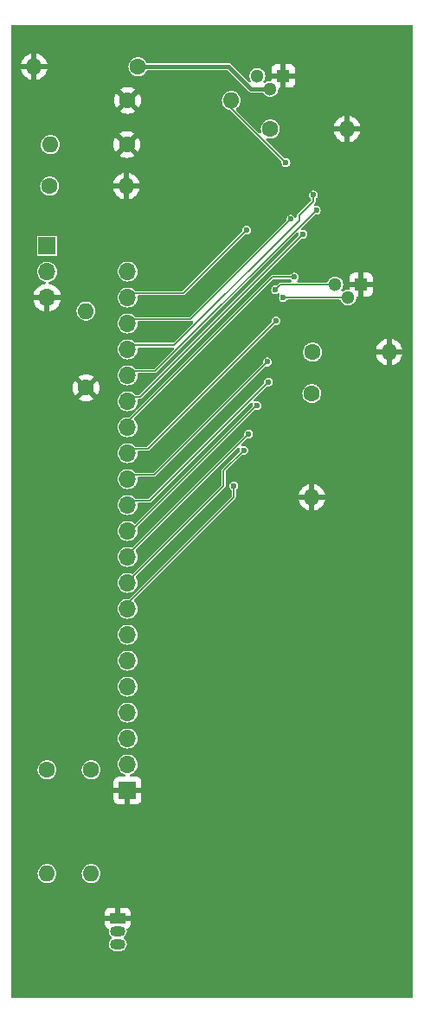
<source format=gbl>
G04 #@! TF.GenerationSoftware,KiCad,Pcbnew,(6.0.7)*
G04 #@! TF.CreationDate,2023-02-03T15:20:41+01:00*
G04 #@! TF.ProjectId,vogelhuisje_camera_board,766f6765-6c68-4756-9973-6a655f63616d,rev?*
G04 #@! TF.SameCoordinates,Original*
G04 #@! TF.FileFunction,Copper,L2,Bot*
G04 #@! TF.FilePolarity,Positive*
%FSLAX46Y46*%
G04 Gerber Fmt 4.6, Leading zero omitted, Abs format (unit mm)*
G04 Created by KiCad (PCBNEW (6.0.7)) date 2023-02-03 15:20:41*
%MOMM*%
%LPD*%
G01*
G04 APERTURE LIST*
G04 #@! TA.AperFunction,ComponentPad*
%ADD10C,1.600000*%
G04 #@! TD*
G04 #@! TA.AperFunction,ComponentPad*
%ADD11O,1.600000X1.600000*%
G04 #@! TD*
G04 #@! TA.AperFunction,ComponentPad*
%ADD12R,1.500000X1.050000*%
G04 #@! TD*
G04 #@! TA.AperFunction,ComponentPad*
%ADD13O,1.500000X1.050000*%
G04 #@! TD*
G04 #@! TA.AperFunction,ComponentPad*
%ADD14R,1.700000X1.700000*%
G04 #@! TD*
G04 #@! TA.AperFunction,ComponentPad*
%ADD15O,1.700000X1.700000*%
G04 #@! TD*
G04 #@! TA.AperFunction,ComponentPad*
%ADD16R,1.300000X1.300000*%
G04 #@! TD*
G04 #@! TA.AperFunction,ComponentPad*
%ADD17C,1.300000*%
G04 #@! TD*
G04 #@! TA.AperFunction,ViaPad*
%ADD18C,0.600000*%
G04 #@! TD*
G04 #@! TA.AperFunction,Conductor*
%ADD19C,0.150000*%
G04 #@! TD*
G04 #@! TA.AperFunction,Conductor*
%ADD20C,0.127000*%
G04 #@! TD*
G04 #@! TA.AperFunction,Conductor*
%ADD21C,0.400000*%
G04 #@! TD*
G04 #@! TA.AperFunction,Conductor*
%ADD22C,0.200000*%
G04 #@! TD*
G04 APERTURE END LIST*
D10*
X102616000Y-59944000D03*
D11*
X92456000Y-59944000D03*
D12*
X100642000Y-143326000D03*
D13*
X100642000Y-144596000D03*
X100642000Y-145866000D03*
D10*
X119694000Y-87884000D03*
D11*
X127194000Y-87884000D03*
D10*
X119634000Y-91948000D03*
D11*
X119634000Y-102108000D03*
D14*
X101600000Y-130810000D03*
D15*
X101600000Y-128270000D03*
X101600000Y-125730000D03*
X101600000Y-123190000D03*
X101600000Y-120650000D03*
X101600000Y-118110000D03*
X101600000Y-115570000D03*
X101600000Y-113030000D03*
X101600000Y-110490000D03*
X101600000Y-107950000D03*
X101600000Y-105410000D03*
X101600000Y-102870000D03*
X101600000Y-100330000D03*
X101600000Y-97790000D03*
X101600000Y-95250000D03*
X101600000Y-92710000D03*
X101600000Y-90170000D03*
X101600000Y-87630000D03*
X101600000Y-85090000D03*
X101600000Y-82550000D03*
X101600000Y-80010000D03*
D16*
X116840000Y-60854000D03*
D17*
X115570000Y-62124000D03*
X114300000Y-60854000D03*
D10*
X101540000Y-67564000D03*
D11*
X94040000Y-67564000D03*
D10*
X93980000Y-71628000D03*
D11*
X101480000Y-71628000D03*
D10*
X93726000Y-128778000D03*
D11*
X93726000Y-138938000D03*
D10*
X101600000Y-63246000D03*
D11*
X111760000Y-63246000D03*
D10*
X97536000Y-91380000D03*
D11*
X97536000Y-83880000D03*
D10*
X98044000Y-128778000D03*
D11*
X98044000Y-138938000D03*
D14*
X93726000Y-77485000D03*
D15*
X93726000Y-80025000D03*
X93726000Y-82565000D03*
D10*
X115570000Y-66040000D03*
D11*
X123070000Y-66040000D03*
D16*
X124460000Y-81280000D03*
D17*
X123190000Y-82550000D03*
X121920000Y-81280000D03*
D18*
X116078000Y-81788000D03*
X113250000Y-75940000D03*
X116840000Y-82550000D03*
X112000000Y-101000000D03*
X113000000Y-97500000D03*
X113450000Y-95920000D03*
X114240000Y-93130000D03*
X115390000Y-90810000D03*
X115290000Y-88850000D03*
X116130000Y-84810000D03*
X117920000Y-80550000D03*
X118770000Y-76350000D03*
X120070000Y-73990000D03*
X119790000Y-72510000D03*
X117550000Y-74880000D03*
X117094000Y-69342000D03*
D19*
X121920000Y-81280000D02*
X116586000Y-81280000D01*
X116586000Y-81280000D02*
X116078000Y-81788000D01*
D20*
X107060000Y-82130000D02*
X101500000Y-82130000D01*
X113250000Y-75940000D02*
X107060000Y-82130000D01*
D21*
X115570000Y-62124000D02*
X113686000Y-62124000D01*
X113686000Y-62124000D02*
X111506000Y-59944000D01*
X111506000Y-59944000D02*
X102616000Y-59944000D01*
D19*
X119888000Y-82550000D02*
X116840000Y-82550000D01*
X123190000Y-82550000D02*
X119888000Y-82550000D01*
D20*
X112000000Y-102110000D02*
X101500000Y-112610000D01*
X112000000Y-101000000D02*
X112000000Y-102110000D01*
X111000000Y-101000000D02*
X101930000Y-110070000D01*
X111000000Y-99500000D02*
X111000000Y-101000000D01*
X113000000Y-97500000D02*
X111000000Y-99500000D01*
X101930000Y-110070000D02*
X101500000Y-110070000D01*
X101840000Y-107530000D02*
X101500000Y-107530000D01*
X113450000Y-95920000D02*
X101840000Y-107530000D01*
X114210000Y-93130000D02*
X102350000Y-104990000D01*
X102350000Y-104990000D02*
X101500000Y-104990000D01*
X114240000Y-93130000D02*
X114210000Y-93130000D01*
D19*
X103750000Y-102450000D02*
X101500000Y-102450000D01*
X115390000Y-90810000D02*
X103750000Y-102450000D01*
X115290000Y-88850000D02*
X104230000Y-99910000D01*
X104230000Y-99910000D02*
X101500000Y-99910000D01*
X103570000Y-97370000D02*
X101500000Y-97370000D01*
X116130000Y-84810000D02*
X103570000Y-97370000D01*
X117920000Y-80550000D02*
X115780000Y-80550000D01*
X115780000Y-80550000D02*
X101500000Y-94830000D01*
X118770000Y-76350000D02*
X102830000Y-92290000D01*
X102830000Y-92290000D02*
X101500000Y-92290000D01*
X104310000Y-89750000D02*
X101500000Y-89750000D01*
X120070000Y-73990000D02*
X104310000Y-89750000D01*
D22*
X119790000Y-73110000D02*
X118380000Y-74520000D01*
X118380000Y-74520000D02*
X118380000Y-74990000D01*
X118380000Y-74990000D02*
X106160000Y-87210000D01*
X119790000Y-72510000D02*
X119790000Y-73110000D01*
X106160000Y-87210000D02*
X101500000Y-87210000D01*
D19*
X107760000Y-84670000D02*
X101500000Y-84670000D01*
X117094000Y-69342000D02*
X111760000Y-64008000D01*
X111760000Y-64008000D02*
X111760000Y-63246000D01*
X117550000Y-74880000D02*
X107760000Y-84670000D01*
G04 #@! TA.AperFunction,Conductor*
G36*
X129471621Y-55910502D02*
G01*
X129518114Y-55964158D01*
X129529500Y-56016500D01*
X129529500Y-150993500D01*
X129509498Y-151061621D01*
X129455842Y-151108114D01*
X129403500Y-151119500D01*
X90306500Y-151119500D01*
X90238379Y-151099498D01*
X90191886Y-151045842D01*
X90180500Y-150993500D01*
X90180500Y-143895669D01*
X99384001Y-143895669D01*
X99384371Y-143902490D01*
X99389895Y-143953352D01*
X99393521Y-143968604D01*
X99438676Y-144089054D01*
X99447214Y-144104649D01*
X99523715Y-144206724D01*
X99536276Y-144219285D01*
X99638351Y-144295786D01*
X99653950Y-144304326D01*
X99698631Y-144321077D01*
X99755395Y-144363719D01*
X99780094Y-144430281D01*
X99778168Y-144462667D01*
X99762097Y-144546917D01*
X99760612Y-144554704D01*
X99770963Y-144719238D01*
X99821908Y-144876029D01*
X99910244Y-145015225D01*
X100030422Y-145128079D01*
X100037114Y-145131758D01*
X100080388Y-145187881D01*
X100086462Y-145258617D01*
X100053328Y-145321408D01*
X100037033Y-145335527D01*
X99966783Y-145386568D01*
X99861697Y-145513594D01*
X99791503Y-145662764D01*
X99760612Y-145824704D01*
X99770963Y-145989238D01*
X99821908Y-146146029D01*
X99910244Y-146285225D01*
X100030422Y-146398079D01*
X100174890Y-146477501D01*
X100334570Y-146518500D01*
X100908052Y-146518500D01*
X100955301Y-146512531D01*
X101022695Y-146504018D01*
X101022698Y-146504017D01*
X101030560Y-146503024D01*
X101183843Y-146442335D01*
X101190254Y-146437677D01*
X101190256Y-146437676D01*
X101310807Y-146350089D01*
X101317217Y-146345432D01*
X101422303Y-146218406D01*
X101492497Y-146069236D01*
X101523388Y-145907296D01*
X101513037Y-145742762D01*
X101462092Y-145585971D01*
X101373756Y-145446775D01*
X101253578Y-145333921D01*
X101246886Y-145330242D01*
X101203612Y-145274119D01*
X101197538Y-145203383D01*
X101230672Y-145140592D01*
X101246966Y-145126473D01*
X101310807Y-145080089D01*
X101317217Y-145075432D01*
X101422303Y-144948406D01*
X101492497Y-144799236D01*
X101523388Y-144637296D01*
X101513037Y-144472762D01*
X101510588Y-144465225D01*
X101509815Y-144461173D01*
X101516698Y-144390511D01*
X101560692Y-144334788D01*
X101589354Y-144319582D01*
X101630052Y-144304325D01*
X101645649Y-144295786D01*
X101747724Y-144219285D01*
X101760285Y-144206724D01*
X101836786Y-144104649D01*
X101845324Y-144089054D01*
X101890478Y-143968606D01*
X101894105Y-143953351D01*
X101899631Y-143902486D01*
X101900000Y-143895672D01*
X101900000Y-143598115D01*
X101895525Y-143582876D01*
X101894135Y-143581671D01*
X101886452Y-143580000D01*
X99402116Y-143580000D01*
X99386877Y-143584475D01*
X99385672Y-143585865D01*
X99384001Y-143593548D01*
X99384001Y-143895669D01*
X90180500Y-143895669D01*
X90180500Y-143053885D01*
X99384000Y-143053885D01*
X99388475Y-143069124D01*
X99389865Y-143070329D01*
X99397548Y-143072000D01*
X100369885Y-143072000D01*
X100385124Y-143067525D01*
X100386329Y-143066135D01*
X100388000Y-143058452D01*
X100388000Y-143053885D01*
X100896000Y-143053885D01*
X100900475Y-143069124D01*
X100901865Y-143070329D01*
X100909548Y-143072000D01*
X101881884Y-143072000D01*
X101897123Y-143067525D01*
X101898328Y-143066135D01*
X101899999Y-143058452D01*
X101899999Y-142756331D01*
X101899629Y-142749510D01*
X101894105Y-142698648D01*
X101890479Y-142683396D01*
X101845324Y-142562946D01*
X101836786Y-142547351D01*
X101760285Y-142445276D01*
X101747724Y-142432715D01*
X101645649Y-142356214D01*
X101630054Y-142347676D01*
X101509606Y-142302522D01*
X101494351Y-142298895D01*
X101443486Y-142293369D01*
X101436672Y-142293000D01*
X100914115Y-142293000D01*
X100898876Y-142297475D01*
X100897671Y-142298865D01*
X100896000Y-142306548D01*
X100896000Y-143053885D01*
X100388000Y-143053885D01*
X100388000Y-142311116D01*
X100383525Y-142295877D01*
X100382135Y-142294672D01*
X100374452Y-142293001D01*
X99847331Y-142293001D01*
X99840510Y-142293371D01*
X99789648Y-142298895D01*
X99774396Y-142302521D01*
X99653946Y-142347676D01*
X99638351Y-142356214D01*
X99536276Y-142432715D01*
X99523715Y-142445276D01*
X99447214Y-142547351D01*
X99438676Y-142562946D01*
X99393522Y-142683394D01*
X99389895Y-142698649D01*
X99384369Y-142749514D01*
X99384000Y-142756328D01*
X99384000Y-143053885D01*
X90180500Y-143053885D01*
X90180500Y-138938000D01*
X92793391Y-138938000D01*
X92813771Y-139131900D01*
X92874019Y-139317326D01*
X92971503Y-139486174D01*
X93101963Y-139631064D01*
X93259695Y-139745663D01*
X93265723Y-139748347D01*
X93265725Y-139748348D01*
X93431777Y-139822279D01*
X93437808Y-139824964D01*
X93533162Y-139845232D01*
X93622059Y-139864128D01*
X93622063Y-139864128D01*
X93628516Y-139865500D01*
X93823484Y-139865500D01*
X93829937Y-139864128D01*
X93829941Y-139864128D01*
X93918838Y-139845232D01*
X94014192Y-139824964D01*
X94020223Y-139822279D01*
X94186275Y-139748348D01*
X94186277Y-139748347D01*
X94192305Y-139745663D01*
X94350037Y-139631064D01*
X94480497Y-139486174D01*
X94577981Y-139317326D01*
X94638229Y-139131900D01*
X94658609Y-138938000D01*
X97111391Y-138938000D01*
X97131771Y-139131900D01*
X97192019Y-139317326D01*
X97289503Y-139486174D01*
X97419963Y-139631064D01*
X97577695Y-139745663D01*
X97583723Y-139748347D01*
X97583725Y-139748348D01*
X97749777Y-139822279D01*
X97755808Y-139824964D01*
X97851162Y-139845232D01*
X97940059Y-139864128D01*
X97940063Y-139864128D01*
X97946516Y-139865500D01*
X98141484Y-139865500D01*
X98147937Y-139864128D01*
X98147941Y-139864128D01*
X98236838Y-139845232D01*
X98332192Y-139824964D01*
X98338223Y-139822279D01*
X98504275Y-139748348D01*
X98504277Y-139748347D01*
X98510305Y-139745663D01*
X98668037Y-139631064D01*
X98798497Y-139486174D01*
X98895981Y-139317326D01*
X98956229Y-139131900D01*
X98976609Y-138938000D01*
X98956229Y-138744100D01*
X98895981Y-138558674D01*
X98798497Y-138389826D01*
X98668037Y-138244936D01*
X98510305Y-138130337D01*
X98504277Y-138127653D01*
X98504275Y-138127652D01*
X98338223Y-138053721D01*
X98338222Y-138053721D01*
X98332192Y-138051036D01*
X98236838Y-138030768D01*
X98147941Y-138011872D01*
X98147937Y-138011872D01*
X98141484Y-138010500D01*
X97946516Y-138010500D01*
X97940063Y-138011872D01*
X97940059Y-138011872D01*
X97851162Y-138030768D01*
X97755808Y-138051036D01*
X97749779Y-138053720D01*
X97749777Y-138053721D01*
X97583726Y-138127652D01*
X97583724Y-138127653D01*
X97577696Y-138130337D01*
X97419963Y-138244936D01*
X97289503Y-138389826D01*
X97192019Y-138558674D01*
X97131771Y-138744100D01*
X97111391Y-138938000D01*
X94658609Y-138938000D01*
X94638229Y-138744100D01*
X94577981Y-138558674D01*
X94480497Y-138389826D01*
X94350037Y-138244936D01*
X94192305Y-138130337D01*
X94186277Y-138127653D01*
X94186275Y-138127652D01*
X94020223Y-138053721D01*
X94020222Y-138053721D01*
X94014192Y-138051036D01*
X93918838Y-138030768D01*
X93829941Y-138011872D01*
X93829937Y-138011872D01*
X93823484Y-138010500D01*
X93628516Y-138010500D01*
X93622063Y-138011872D01*
X93622059Y-138011872D01*
X93533162Y-138030768D01*
X93437808Y-138051036D01*
X93431779Y-138053720D01*
X93431777Y-138053721D01*
X93265726Y-138127652D01*
X93265724Y-138127653D01*
X93259696Y-138130337D01*
X93101963Y-138244936D01*
X92971503Y-138389826D01*
X92874019Y-138558674D01*
X92813771Y-138744100D01*
X92793391Y-138938000D01*
X90180500Y-138938000D01*
X90180500Y-131704669D01*
X100242001Y-131704669D01*
X100242371Y-131711490D01*
X100247895Y-131762352D01*
X100251521Y-131777604D01*
X100296676Y-131898054D01*
X100305214Y-131913649D01*
X100381715Y-132015724D01*
X100394276Y-132028285D01*
X100496351Y-132104786D01*
X100511946Y-132113324D01*
X100632394Y-132158478D01*
X100647649Y-132162105D01*
X100698514Y-132167631D01*
X100705328Y-132168000D01*
X101327885Y-132168000D01*
X101343124Y-132163525D01*
X101344329Y-132162135D01*
X101346000Y-132154452D01*
X101346000Y-132149884D01*
X101854000Y-132149884D01*
X101858475Y-132165123D01*
X101859865Y-132166328D01*
X101867548Y-132167999D01*
X102494669Y-132167999D01*
X102501490Y-132167629D01*
X102552352Y-132162105D01*
X102567604Y-132158479D01*
X102688054Y-132113324D01*
X102703649Y-132104786D01*
X102805724Y-132028285D01*
X102818285Y-132015724D01*
X102894786Y-131913649D01*
X102903324Y-131898054D01*
X102948478Y-131777606D01*
X102952105Y-131762351D01*
X102957631Y-131711486D01*
X102958000Y-131704672D01*
X102958000Y-131082115D01*
X102953525Y-131066876D01*
X102952135Y-131065671D01*
X102944452Y-131064000D01*
X101872115Y-131064000D01*
X101856876Y-131068475D01*
X101855671Y-131069865D01*
X101854000Y-131077548D01*
X101854000Y-132149884D01*
X101346000Y-132149884D01*
X101346000Y-131082115D01*
X101341525Y-131066876D01*
X101340135Y-131065671D01*
X101332452Y-131064000D01*
X100260116Y-131064000D01*
X100244877Y-131068475D01*
X100243672Y-131069865D01*
X100242001Y-131077548D01*
X100242001Y-131704669D01*
X90180500Y-131704669D01*
X90180500Y-130537885D01*
X100242000Y-130537885D01*
X100246475Y-130553124D01*
X100247865Y-130554329D01*
X100255548Y-130556000D01*
X102939884Y-130556000D01*
X102955123Y-130551525D01*
X102956328Y-130550135D01*
X102957999Y-130542452D01*
X102957999Y-129915331D01*
X102957629Y-129908510D01*
X102952105Y-129857648D01*
X102948479Y-129842396D01*
X102903324Y-129721946D01*
X102894786Y-129706351D01*
X102818285Y-129604276D01*
X102805724Y-129591715D01*
X102703649Y-129515214D01*
X102688054Y-129506676D01*
X102567606Y-129461522D01*
X102552351Y-129457895D01*
X102501486Y-129452369D01*
X102494672Y-129452000D01*
X101921440Y-129452000D01*
X101853319Y-129431998D01*
X101806826Y-129378342D01*
X101796722Y-129308068D01*
X101826216Y-129243488D01*
X101887554Y-129204643D01*
X101955199Y-129185756D01*
X102126305Y-129099324D01*
X102151600Y-129079562D01*
X102272509Y-128985097D01*
X102277365Y-128981303D01*
X102281391Y-128976639D01*
X102398595Y-128840857D01*
X102398596Y-128840855D01*
X102402624Y-128836189D01*
X102497312Y-128669509D01*
X102557821Y-128487612D01*
X102581847Y-128297425D01*
X102582230Y-128270000D01*
X102563524Y-128079217D01*
X102508117Y-127895701D01*
X102418120Y-127726442D01*
X102296962Y-127577887D01*
X102233081Y-127525040D01*
X102154006Y-127459623D01*
X102154002Y-127459621D01*
X102149256Y-127455694D01*
X101980629Y-127364518D01*
X101889067Y-127336175D01*
X101803392Y-127309654D01*
X101803389Y-127309653D01*
X101797505Y-127307832D01*
X101791380Y-127307188D01*
X101791379Y-127307188D01*
X101612985Y-127288438D01*
X101612984Y-127288438D01*
X101606857Y-127287794D01*
X101526779Y-127295082D01*
X101422087Y-127304609D01*
X101422084Y-127304610D01*
X101415948Y-127305168D01*
X101410042Y-127306906D01*
X101410038Y-127306907D01*
X101274622Y-127346762D01*
X101232050Y-127359292D01*
X101226590Y-127362146D01*
X101226591Y-127362146D01*
X101067627Y-127445250D01*
X101067623Y-127445253D01*
X101062167Y-127448105D01*
X101057367Y-127451965D01*
X101057366Y-127451965D01*
X101052728Y-127455694D01*
X100912770Y-127568223D01*
X100789549Y-127715072D01*
X100786585Y-127720464D01*
X100786582Y-127720468D01*
X100715097Y-127850500D01*
X100697198Y-127883058D01*
X100639234Y-128065783D01*
X100617866Y-128256286D01*
X100618382Y-128262430D01*
X100630351Y-128404959D01*
X100633907Y-128447311D01*
X100635606Y-128453236D01*
X100675013Y-128590664D01*
X100686746Y-128631583D01*
X100689561Y-128637060D01*
X100689562Y-128637063D01*
X100771555Y-128796605D01*
X100774370Y-128802082D01*
X100778193Y-128806906D01*
X100778196Y-128806910D01*
X100885904Y-128942802D01*
X100893443Y-128952314D01*
X101039428Y-129076557D01*
X101206765Y-129170079D01*
X101279085Y-129193577D01*
X101317835Y-129206168D01*
X101376441Y-129246242D01*
X101404078Y-129311638D01*
X101391971Y-129381595D01*
X101343965Y-129433901D01*
X101278899Y-129452001D01*
X100705331Y-129452001D01*
X100698510Y-129452371D01*
X100647648Y-129457895D01*
X100632396Y-129461521D01*
X100511946Y-129506676D01*
X100496351Y-129515214D01*
X100394276Y-129591715D01*
X100381715Y-129604276D01*
X100305214Y-129706351D01*
X100296676Y-129721946D01*
X100251522Y-129842394D01*
X100247895Y-129857649D01*
X100242369Y-129908514D01*
X100242000Y-129915328D01*
X100242000Y-130537885D01*
X90180500Y-130537885D01*
X90180500Y-128778000D01*
X92793391Y-128778000D01*
X92794081Y-128784565D01*
X92798944Y-128830828D01*
X92813771Y-128971900D01*
X92874019Y-129157326D01*
X92877322Y-129163048D01*
X92877323Y-129163049D01*
X92901336Y-129204641D01*
X92971503Y-129326174D01*
X92975921Y-129331081D01*
X92975922Y-129331082D01*
X93090106Y-129457895D01*
X93101963Y-129471064D01*
X93259695Y-129585663D01*
X93265723Y-129588347D01*
X93265725Y-129588348D01*
X93301500Y-129604276D01*
X93437808Y-129664964D01*
X93533162Y-129685232D01*
X93622059Y-129704128D01*
X93622063Y-129704128D01*
X93628516Y-129705500D01*
X93823484Y-129705500D01*
X93829937Y-129704128D01*
X93829941Y-129704128D01*
X93918838Y-129685232D01*
X94014192Y-129664964D01*
X94150500Y-129604276D01*
X94186275Y-129588348D01*
X94186277Y-129588347D01*
X94192305Y-129585663D01*
X94350037Y-129471064D01*
X94361895Y-129457895D01*
X94476078Y-129331082D01*
X94476079Y-129331081D01*
X94480497Y-129326174D01*
X94550664Y-129204641D01*
X94574677Y-129163049D01*
X94574678Y-129163048D01*
X94577981Y-129157326D01*
X94638229Y-128971900D01*
X94653057Y-128830828D01*
X94657919Y-128784565D01*
X94658609Y-128778000D01*
X97111391Y-128778000D01*
X97112081Y-128784565D01*
X97116944Y-128830828D01*
X97131771Y-128971900D01*
X97192019Y-129157326D01*
X97195322Y-129163048D01*
X97195323Y-129163049D01*
X97219336Y-129204641D01*
X97289503Y-129326174D01*
X97293921Y-129331081D01*
X97293922Y-129331082D01*
X97408106Y-129457895D01*
X97419963Y-129471064D01*
X97577695Y-129585663D01*
X97583723Y-129588347D01*
X97583725Y-129588348D01*
X97619500Y-129604276D01*
X97755808Y-129664964D01*
X97851162Y-129685232D01*
X97940059Y-129704128D01*
X97940063Y-129704128D01*
X97946516Y-129705500D01*
X98141484Y-129705500D01*
X98147937Y-129704128D01*
X98147941Y-129704128D01*
X98236838Y-129685232D01*
X98332192Y-129664964D01*
X98468500Y-129604276D01*
X98504275Y-129588348D01*
X98504277Y-129588347D01*
X98510305Y-129585663D01*
X98668037Y-129471064D01*
X98679895Y-129457895D01*
X98794078Y-129331082D01*
X98794079Y-129331081D01*
X98798497Y-129326174D01*
X98868664Y-129204641D01*
X98892677Y-129163049D01*
X98892678Y-129163048D01*
X98895981Y-129157326D01*
X98956229Y-128971900D01*
X98971057Y-128830828D01*
X98975919Y-128784565D01*
X98976609Y-128778000D01*
X98956229Y-128584100D01*
X98895981Y-128398674D01*
X98798497Y-128229826D01*
X98668037Y-128084936D01*
X98510305Y-127970337D01*
X98504277Y-127967653D01*
X98504275Y-127967652D01*
X98338223Y-127893721D01*
X98338222Y-127893721D01*
X98332192Y-127891036D01*
X98236838Y-127870768D01*
X98147941Y-127851872D01*
X98147937Y-127851872D01*
X98141484Y-127850500D01*
X97946516Y-127850500D01*
X97940063Y-127851872D01*
X97940059Y-127851872D01*
X97851162Y-127870768D01*
X97755808Y-127891036D01*
X97749779Y-127893720D01*
X97749777Y-127893721D01*
X97583726Y-127967652D01*
X97583724Y-127967653D01*
X97577696Y-127970337D01*
X97419963Y-128084936D01*
X97289503Y-128229826D01*
X97192019Y-128398674D01*
X97131771Y-128584100D01*
X97111391Y-128778000D01*
X94658609Y-128778000D01*
X94638229Y-128584100D01*
X94577981Y-128398674D01*
X94480497Y-128229826D01*
X94350037Y-128084936D01*
X94192305Y-127970337D01*
X94186277Y-127967653D01*
X94186275Y-127967652D01*
X94020223Y-127893721D01*
X94020222Y-127893721D01*
X94014192Y-127891036D01*
X93918838Y-127870768D01*
X93829941Y-127851872D01*
X93829937Y-127851872D01*
X93823484Y-127850500D01*
X93628516Y-127850500D01*
X93622063Y-127851872D01*
X93622059Y-127851872D01*
X93533162Y-127870768D01*
X93437808Y-127891036D01*
X93431779Y-127893720D01*
X93431777Y-127893721D01*
X93265726Y-127967652D01*
X93265724Y-127967653D01*
X93259696Y-127970337D01*
X93101963Y-128084936D01*
X92971503Y-128229826D01*
X92874019Y-128398674D01*
X92813771Y-128584100D01*
X92793391Y-128778000D01*
X90180500Y-128778000D01*
X90180500Y-125716286D01*
X100617866Y-125716286D01*
X100633907Y-125907311D01*
X100635606Y-125913236D01*
X100643709Y-125941493D01*
X100686746Y-126091583D01*
X100774370Y-126262082D01*
X100778193Y-126266906D01*
X100778196Y-126266910D01*
X100885904Y-126402802D01*
X100893443Y-126412314D01*
X101039428Y-126536557D01*
X101206765Y-126630079D01*
X101389081Y-126689317D01*
X101579430Y-126712015D01*
X101585565Y-126711543D01*
X101585567Y-126711543D01*
X101764420Y-126697781D01*
X101764424Y-126697780D01*
X101770562Y-126697308D01*
X101955199Y-126645756D01*
X102126305Y-126559324D01*
X102151600Y-126539562D01*
X102272509Y-126445097D01*
X102277365Y-126441303D01*
X102402624Y-126296189D01*
X102497312Y-126129509D01*
X102557821Y-125947612D01*
X102581847Y-125757425D01*
X102582230Y-125730000D01*
X102563524Y-125539217D01*
X102508117Y-125355701D01*
X102418120Y-125186442D01*
X102296962Y-125037887D01*
X102233081Y-124985040D01*
X102154006Y-124919623D01*
X102154002Y-124919621D01*
X102149256Y-124915694D01*
X101980629Y-124824518D01*
X101889067Y-124796175D01*
X101803392Y-124769654D01*
X101803389Y-124769653D01*
X101797505Y-124767832D01*
X101791380Y-124767188D01*
X101791379Y-124767188D01*
X101612985Y-124748438D01*
X101612984Y-124748438D01*
X101606857Y-124747794D01*
X101526779Y-124755082D01*
X101422087Y-124764609D01*
X101422084Y-124764610D01*
X101415948Y-124765168D01*
X101410042Y-124766906D01*
X101410038Y-124766907D01*
X101274622Y-124806762D01*
X101232050Y-124819292D01*
X101226590Y-124822146D01*
X101226591Y-124822146D01*
X101067627Y-124905250D01*
X101067623Y-124905253D01*
X101062167Y-124908105D01*
X101057367Y-124911965D01*
X101057366Y-124911965D01*
X101052728Y-124915694D01*
X100912770Y-125028223D01*
X100789549Y-125175072D01*
X100786585Y-125180464D01*
X100786582Y-125180468D01*
X100711110Y-125317752D01*
X100697198Y-125343058D01*
X100639234Y-125525783D01*
X100617866Y-125716286D01*
X90180500Y-125716286D01*
X90180500Y-123176286D01*
X100617866Y-123176286D01*
X100633907Y-123367311D01*
X100635606Y-123373236D01*
X100643709Y-123401493D01*
X100686746Y-123551583D01*
X100774370Y-123722082D01*
X100778193Y-123726906D01*
X100778196Y-123726910D01*
X100885904Y-123862802D01*
X100893443Y-123872314D01*
X101039428Y-123996557D01*
X101206765Y-124090079D01*
X101389081Y-124149317D01*
X101579430Y-124172015D01*
X101585565Y-124171543D01*
X101585567Y-124171543D01*
X101764420Y-124157781D01*
X101764424Y-124157780D01*
X101770562Y-124157308D01*
X101955199Y-124105756D01*
X102126305Y-124019324D01*
X102151600Y-123999562D01*
X102272509Y-123905097D01*
X102277365Y-123901303D01*
X102402624Y-123756189D01*
X102497312Y-123589509D01*
X102557821Y-123407612D01*
X102581847Y-123217425D01*
X102582230Y-123190000D01*
X102563524Y-122999217D01*
X102508117Y-122815701D01*
X102418120Y-122646442D01*
X102296962Y-122497887D01*
X102233081Y-122445040D01*
X102154006Y-122379623D01*
X102154002Y-122379621D01*
X102149256Y-122375694D01*
X101980629Y-122284518D01*
X101889067Y-122256175D01*
X101803392Y-122229654D01*
X101803389Y-122229653D01*
X101797505Y-122227832D01*
X101791380Y-122227188D01*
X101791379Y-122227188D01*
X101612985Y-122208438D01*
X101612984Y-122208438D01*
X101606857Y-122207794D01*
X101526779Y-122215082D01*
X101422087Y-122224609D01*
X101422084Y-122224610D01*
X101415948Y-122225168D01*
X101410042Y-122226906D01*
X101410038Y-122226907D01*
X101274622Y-122266762D01*
X101232050Y-122279292D01*
X101226590Y-122282146D01*
X101226591Y-122282146D01*
X101067627Y-122365250D01*
X101067623Y-122365253D01*
X101062167Y-122368105D01*
X101057367Y-122371965D01*
X101057366Y-122371965D01*
X101052728Y-122375694D01*
X100912770Y-122488223D01*
X100789549Y-122635072D01*
X100786585Y-122640464D01*
X100786582Y-122640468D01*
X100711110Y-122777752D01*
X100697198Y-122803058D01*
X100639234Y-122985783D01*
X100617866Y-123176286D01*
X90180500Y-123176286D01*
X90180500Y-120636286D01*
X100617866Y-120636286D01*
X100633907Y-120827311D01*
X100635606Y-120833236D01*
X100643709Y-120861493D01*
X100686746Y-121011583D01*
X100774370Y-121182082D01*
X100778193Y-121186906D01*
X100778196Y-121186910D01*
X100885904Y-121322802D01*
X100893443Y-121332314D01*
X101039428Y-121456557D01*
X101206765Y-121550079D01*
X101389081Y-121609317D01*
X101579430Y-121632015D01*
X101585565Y-121631543D01*
X101585567Y-121631543D01*
X101764420Y-121617781D01*
X101764424Y-121617780D01*
X101770562Y-121617308D01*
X101955199Y-121565756D01*
X102126305Y-121479324D01*
X102151600Y-121459562D01*
X102272509Y-121365097D01*
X102277365Y-121361303D01*
X102402624Y-121216189D01*
X102497312Y-121049509D01*
X102557821Y-120867612D01*
X102581847Y-120677425D01*
X102582230Y-120650000D01*
X102563524Y-120459217D01*
X102508117Y-120275701D01*
X102418120Y-120106442D01*
X102296962Y-119957887D01*
X102233081Y-119905040D01*
X102154006Y-119839623D01*
X102154002Y-119839621D01*
X102149256Y-119835694D01*
X101980629Y-119744518D01*
X101889067Y-119716175D01*
X101803392Y-119689654D01*
X101803389Y-119689653D01*
X101797505Y-119687832D01*
X101791380Y-119687188D01*
X101791379Y-119687188D01*
X101612985Y-119668438D01*
X101612984Y-119668438D01*
X101606857Y-119667794D01*
X101526779Y-119675082D01*
X101422087Y-119684609D01*
X101422084Y-119684610D01*
X101415948Y-119685168D01*
X101410042Y-119686906D01*
X101410038Y-119686907D01*
X101274622Y-119726762D01*
X101232050Y-119739292D01*
X101226590Y-119742146D01*
X101226591Y-119742146D01*
X101067627Y-119825250D01*
X101067623Y-119825253D01*
X101062167Y-119828105D01*
X101057367Y-119831965D01*
X101057366Y-119831965D01*
X101052728Y-119835694D01*
X100912770Y-119948223D01*
X100789549Y-120095072D01*
X100786585Y-120100464D01*
X100786582Y-120100468D01*
X100711110Y-120237752D01*
X100697198Y-120263058D01*
X100639234Y-120445783D01*
X100617866Y-120636286D01*
X90180500Y-120636286D01*
X90180500Y-118096286D01*
X100617866Y-118096286D01*
X100633907Y-118287311D01*
X100635606Y-118293236D01*
X100643709Y-118321493D01*
X100686746Y-118471583D01*
X100774370Y-118642082D01*
X100778193Y-118646906D01*
X100778196Y-118646910D01*
X100885904Y-118782802D01*
X100893443Y-118792314D01*
X101039428Y-118916557D01*
X101206765Y-119010079D01*
X101389081Y-119069317D01*
X101579430Y-119092015D01*
X101585565Y-119091543D01*
X101585567Y-119091543D01*
X101764420Y-119077781D01*
X101764424Y-119077780D01*
X101770562Y-119077308D01*
X101955199Y-119025756D01*
X102126305Y-118939324D01*
X102151600Y-118919562D01*
X102272509Y-118825097D01*
X102277365Y-118821303D01*
X102402624Y-118676189D01*
X102497312Y-118509509D01*
X102557821Y-118327612D01*
X102581847Y-118137425D01*
X102582230Y-118110000D01*
X102563524Y-117919217D01*
X102508117Y-117735701D01*
X102418120Y-117566442D01*
X102296962Y-117417887D01*
X102233081Y-117365040D01*
X102154006Y-117299623D01*
X102154002Y-117299621D01*
X102149256Y-117295694D01*
X101980629Y-117204518D01*
X101889067Y-117176175D01*
X101803392Y-117149654D01*
X101803389Y-117149653D01*
X101797505Y-117147832D01*
X101791380Y-117147188D01*
X101791379Y-117147188D01*
X101612985Y-117128438D01*
X101612984Y-117128438D01*
X101606857Y-117127794D01*
X101526779Y-117135082D01*
X101422087Y-117144609D01*
X101422084Y-117144610D01*
X101415948Y-117145168D01*
X101410042Y-117146906D01*
X101410038Y-117146907D01*
X101274622Y-117186762D01*
X101232050Y-117199292D01*
X101226590Y-117202146D01*
X101226591Y-117202146D01*
X101067627Y-117285250D01*
X101067623Y-117285253D01*
X101062167Y-117288105D01*
X101057367Y-117291965D01*
X101057366Y-117291965D01*
X101052728Y-117295694D01*
X100912770Y-117408223D01*
X100789549Y-117555072D01*
X100786585Y-117560464D01*
X100786582Y-117560468D01*
X100711110Y-117697752D01*
X100697198Y-117723058D01*
X100639234Y-117905783D01*
X100617866Y-118096286D01*
X90180500Y-118096286D01*
X90180500Y-115556286D01*
X100617866Y-115556286D01*
X100633907Y-115747311D01*
X100635606Y-115753236D01*
X100643709Y-115781493D01*
X100686746Y-115931583D01*
X100774370Y-116102082D01*
X100778193Y-116106906D01*
X100778196Y-116106910D01*
X100885904Y-116242802D01*
X100893443Y-116252314D01*
X101039428Y-116376557D01*
X101206765Y-116470079D01*
X101389081Y-116529317D01*
X101579430Y-116552015D01*
X101585565Y-116551543D01*
X101585567Y-116551543D01*
X101764420Y-116537781D01*
X101764424Y-116537780D01*
X101770562Y-116537308D01*
X101955199Y-116485756D01*
X102126305Y-116399324D01*
X102151600Y-116379562D01*
X102272509Y-116285097D01*
X102277365Y-116281303D01*
X102402624Y-116136189D01*
X102497312Y-115969509D01*
X102557821Y-115787612D01*
X102581847Y-115597425D01*
X102582230Y-115570000D01*
X102563524Y-115379217D01*
X102508117Y-115195701D01*
X102418120Y-115026442D01*
X102296962Y-114877887D01*
X102233081Y-114825040D01*
X102154006Y-114759623D01*
X102154002Y-114759621D01*
X102149256Y-114755694D01*
X101980629Y-114664518D01*
X101889067Y-114636175D01*
X101803392Y-114609654D01*
X101803389Y-114609653D01*
X101797505Y-114607832D01*
X101791380Y-114607188D01*
X101791379Y-114607188D01*
X101612985Y-114588438D01*
X101612984Y-114588438D01*
X101606857Y-114587794D01*
X101526779Y-114595082D01*
X101422087Y-114604609D01*
X101422084Y-114604610D01*
X101415948Y-114605168D01*
X101410042Y-114606906D01*
X101410038Y-114606907D01*
X101274622Y-114646762D01*
X101232050Y-114659292D01*
X101226590Y-114662146D01*
X101226591Y-114662146D01*
X101067627Y-114745250D01*
X101067623Y-114745253D01*
X101062167Y-114748105D01*
X101057367Y-114751965D01*
X101057366Y-114751965D01*
X101052728Y-114755694D01*
X100912770Y-114868223D01*
X100789549Y-115015072D01*
X100786585Y-115020464D01*
X100786582Y-115020468D01*
X100711110Y-115157752D01*
X100697198Y-115183058D01*
X100639234Y-115365783D01*
X100617866Y-115556286D01*
X90180500Y-115556286D01*
X90180500Y-113016286D01*
X100617866Y-113016286D01*
X100633907Y-113207311D01*
X100635606Y-113213236D01*
X100643709Y-113241493D01*
X100686746Y-113391583D01*
X100774370Y-113562082D01*
X100778193Y-113566906D01*
X100778196Y-113566910D01*
X100885904Y-113702802D01*
X100893443Y-113712314D01*
X101039428Y-113836557D01*
X101206765Y-113930079D01*
X101389081Y-113989317D01*
X101579430Y-114012015D01*
X101585565Y-114011543D01*
X101585567Y-114011543D01*
X101764420Y-113997781D01*
X101764424Y-113997780D01*
X101770562Y-113997308D01*
X101955199Y-113945756D01*
X102126305Y-113859324D01*
X102151600Y-113839562D01*
X102272509Y-113745097D01*
X102277365Y-113741303D01*
X102402624Y-113596189D01*
X102497312Y-113429509D01*
X102557821Y-113247612D01*
X102581847Y-113057425D01*
X102582230Y-113030000D01*
X102563524Y-112839217D01*
X102508117Y-112655701D01*
X102418120Y-112486442D01*
X102296962Y-112337887D01*
X102292220Y-112333964D01*
X102292216Y-112333960D01*
X102264249Y-112310824D01*
X102224511Y-112251990D01*
X102222890Y-112181012D01*
X102255470Y-112124645D01*
X112005593Y-102374522D01*
X118351273Y-102374522D01*
X118398764Y-102551761D01*
X118402510Y-102562053D01*
X118494586Y-102759511D01*
X118500069Y-102769007D01*
X118625028Y-102947467D01*
X118632084Y-102955875D01*
X118786125Y-103109916D01*
X118794533Y-103116972D01*
X118972993Y-103241931D01*
X118982489Y-103247414D01*
X119179947Y-103339490D01*
X119190239Y-103343236D01*
X119362503Y-103389394D01*
X119376599Y-103389058D01*
X119380000Y-103381116D01*
X119380000Y-103375967D01*
X119888000Y-103375967D01*
X119891973Y-103389498D01*
X119900522Y-103390727D01*
X120077761Y-103343236D01*
X120088053Y-103339490D01*
X120285511Y-103247414D01*
X120295007Y-103241931D01*
X120473467Y-103116972D01*
X120481875Y-103109916D01*
X120635916Y-102955875D01*
X120642972Y-102947467D01*
X120767931Y-102769007D01*
X120773414Y-102759511D01*
X120865490Y-102562053D01*
X120869236Y-102551761D01*
X120915394Y-102379497D01*
X120915058Y-102365401D01*
X120907116Y-102362000D01*
X119906115Y-102362000D01*
X119890876Y-102366475D01*
X119889671Y-102367865D01*
X119888000Y-102375548D01*
X119888000Y-103375967D01*
X119380000Y-103375967D01*
X119380000Y-102380115D01*
X119375525Y-102364876D01*
X119374135Y-102363671D01*
X119366452Y-102362000D01*
X118366033Y-102362000D01*
X118352502Y-102365973D01*
X118351273Y-102374522D01*
X112005593Y-102374522D01*
X112111358Y-102268757D01*
X112112195Y-102268010D01*
X112121958Y-102263322D01*
X112138222Y-102242985D01*
X112143340Y-102237266D01*
X112145274Y-102234841D01*
X112150283Y-102229832D01*
X112154052Y-102223835D01*
X112156341Y-102220965D01*
X112160413Y-102215236D01*
X112176383Y-102195267D01*
X112178907Y-102184290D01*
X112184902Y-102174752D01*
X112187773Y-102149353D01*
X112189009Y-102142123D01*
X112189404Y-102138644D01*
X112191000Y-102131703D01*
X112191000Y-102124577D01*
X112191372Y-102121299D01*
X112191797Y-102113755D01*
X112193096Y-102102260D01*
X112194690Y-102088162D01*
X112191071Y-102077799D01*
X112191000Y-102076524D01*
X112191000Y-101836503D01*
X118352606Y-101836503D01*
X118352942Y-101850599D01*
X118360884Y-101854000D01*
X119361885Y-101854000D01*
X119377124Y-101849525D01*
X119378329Y-101848135D01*
X119380000Y-101840452D01*
X119380000Y-101835885D01*
X119888000Y-101835885D01*
X119892475Y-101851124D01*
X119893865Y-101852329D01*
X119901548Y-101854000D01*
X120901967Y-101854000D01*
X120915498Y-101850027D01*
X120916727Y-101841478D01*
X120869236Y-101664239D01*
X120865490Y-101653947D01*
X120773414Y-101456489D01*
X120767931Y-101446993D01*
X120642972Y-101268533D01*
X120635916Y-101260125D01*
X120481875Y-101106084D01*
X120473467Y-101099028D01*
X120295007Y-100974069D01*
X120285511Y-100968586D01*
X120088053Y-100876510D01*
X120077761Y-100872764D01*
X119905497Y-100826606D01*
X119891401Y-100826942D01*
X119888000Y-100834884D01*
X119888000Y-101835885D01*
X119380000Y-101835885D01*
X119380000Y-100840033D01*
X119376027Y-100826502D01*
X119367478Y-100825273D01*
X119190239Y-100872764D01*
X119179947Y-100876510D01*
X118982489Y-100968586D01*
X118972993Y-100974069D01*
X118794533Y-101099028D01*
X118786125Y-101106084D01*
X118632084Y-101260125D01*
X118625028Y-101268533D01*
X118500069Y-101446993D01*
X118494586Y-101456489D01*
X118402510Y-101653947D01*
X118398764Y-101664239D01*
X118352606Y-101836503D01*
X112191000Y-101836503D01*
X112191000Y-101454909D01*
X112211002Y-101386788D01*
X112251070Y-101347535D01*
X112275881Y-101332301D01*
X112316512Y-101287413D01*
X112352035Y-101248167D01*
X112358058Y-101241513D01*
X112411451Y-101131311D01*
X112413383Y-101119831D01*
X112430960Y-101015348D01*
X112431767Y-101010552D01*
X112431896Y-101000000D01*
X112417029Y-100896189D01*
X112415809Y-100887667D01*
X112415808Y-100887664D01*
X112414536Y-100878781D01*
X112406944Y-100862082D01*
X112390966Y-100826942D01*
X112363852Y-100767307D01*
X112283918Y-100674539D01*
X112181160Y-100607935D01*
X112063838Y-100572848D01*
X112054862Y-100572793D01*
X112054861Y-100572793D01*
X112004483Y-100572485D01*
X111941385Y-100572100D01*
X111823644Y-100605751D01*
X111720080Y-100671095D01*
X111714137Y-100677824D01*
X111697146Y-100697063D01*
X111639018Y-100762879D01*
X111586976Y-100873726D01*
X111585595Y-100882595D01*
X111570715Y-100978162D01*
X111568136Y-100994724D01*
X111569300Y-101003626D01*
X111569300Y-101003629D01*
X111582588Y-101105239D01*
X111584014Y-101116145D01*
X111633333Y-101228230D01*
X111712127Y-101321968D01*
X111719604Y-101326945D01*
X111752819Y-101349055D01*
X111798442Y-101403452D01*
X111809000Y-101453942D01*
X111809000Y-101978696D01*
X111788998Y-102046817D01*
X111772095Y-102067791D01*
X101816971Y-112022914D01*
X101754659Y-112056940D01*
X101714706Y-112059129D01*
X101612986Y-112048438D01*
X101612984Y-112048438D01*
X101606857Y-112047794D01*
X101526779Y-112055082D01*
X101422087Y-112064609D01*
X101422084Y-112064610D01*
X101415948Y-112065168D01*
X101410042Y-112066906D01*
X101410038Y-112066907D01*
X101274622Y-112106762D01*
X101232050Y-112119292D01*
X101226590Y-112122146D01*
X101226591Y-112122146D01*
X101067627Y-112205250D01*
X101067623Y-112205253D01*
X101062167Y-112208105D01*
X101057367Y-112211965D01*
X101057366Y-112211965D01*
X101023076Y-112239535D01*
X100912770Y-112328223D01*
X100789549Y-112475072D01*
X100786585Y-112480464D01*
X100786582Y-112480468D01*
X100711110Y-112617752D01*
X100697198Y-112643058D01*
X100639234Y-112825783D01*
X100617866Y-113016286D01*
X90180500Y-113016286D01*
X90180500Y-110476286D01*
X100617866Y-110476286D01*
X100633907Y-110667311D01*
X100635606Y-110673236D01*
X100643709Y-110701493D01*
X100686746Y-110851583D01*
X100774370Y-111022082D01*
X100778193Y-111026906D01*
X100778196Y-111026910D01*
X100885904Y-111162802D01*
X100893443Y-111172314D01*
X101039428Y-111296557D01*
X101206765Y-111390079D01*
X101389081Y-111449317D01*
X101579430Y-111472015D01*
X101585565Y-111471543D01*
X101585567Y-111471543D01*
X101764420Y-111457781D01*
X101764424Y-111457780D01*
X101770562Y-111457308D01*
X101955199Y-111405756D01*
X102126305Y-111319324D01*
X102151600Y-111299562D01*
X102272509Y-111205097D01*
X102277365Y-111201303D01*
X102402624Y-111056189D01*
X102497312Y-110889509D01*
X102557821Y-110707612D01*
X102581847Y-110517425D01*
X102582230Y-110490000D01*
X102563524Y-110299217D01*
X102508117Y-110115701D01*
X102429105Y-109967101D01*
X102414785Y-109897566D01*
X102440332Y-109831325D01*
X102451261Y-109818854D01*
X111111358Y-101158757D01*
X111112195Y-101158010D01*
X111121958Y-101153322D01*
X111138222Y-101132985D01*
X111143345Y-101127261D01*
X111145280Y-101124835D01*
X111150284Y-101119831D01*
X111154048Y-101113842D01*
X111156339Y-101110970D01*
X111160412Y-101105239D01*
X111167519Y-101096352D01*
X111167520Y-101096349D01*
X111176383Y-101085267D01*
X111178907Y-101074290D01*
X111184902Y-101064752D01*
X111187776Y-101039333D01*
X111189009Y-101032118D01*
X111189403Y-101028648D01*
X111191000Y-101021703D01*
X111191000Y-101014579D01*
X111191373Y-101011293D01*
X111191798Y-101003752D01*
X111193097Y-100992263D01*
X111193097Y-100992262D01*
X111194691Y-100978162D01*
X111191071Y-100967797D01*
X111191000Y-100966523D01*
X111191000Y-99631305D01*
X111211002Y-99563184D01*
X111227905Y-99542210D01*
X112014465Y-98755650D01*
X112811442Y-97958672D01*
X112873754Y-97924647D01*
X112920684Y-97923388D01*
X112922378Y-97923662D01*
X112930948Y-97926340D01*
X112939921Y-97926504D01*
X112939924Y-97926505D01*
X112993167Y-97927480D01*
X113053383Y-97928584D01*
X113171527Y-97896375D01*
X113275881Y-97832301D01*
X113286175Y-97820929D01*
X113352035Y-97748167D01*
X113358058Y-97741513D01*
X113411451Y-97631311D01*
X113414003Y-97616145D01*
X113430960Y-97515348D01*
X113431767Y-97510552D01*
X113431896Y-97500000D01*
X113424890Y-97451080D01*
X113415809Y-97387667D01*
X113415808Y-97387664D01*
X113414536Y-97378781D01*
X113363852Y-97267307D01*
X113283918Y-97174539D01*
X113181160Y-97107935D01*
X113063838Y-97072848D01*
X113054862Y-97072793D01*
X113054861Y-97072793D01*
X113004483Y-97072485D01*
X112941385Y-97072100D01*
X112932755Y-97074566D01*
X112932751Y-97074567D01*
X112886209Y-97087869D01*
X112815215Y-97087357D01*
X112755767Y-97048543D01*
X112726741Y-96983751D01*
X112737352Y-96913551D01*
X112762490Y-96877625D01*
X113261442Y-96378673D01*
X113323754Y-96344647D01*
X113370680Y-96343388D01*
X113372381Y-96343663D01*
X113380948Y-96346340D01*
X113389921Y-96346504D01*
X113389924Y-96346505D01*
X113443167Y-96347480D01*
X113503383Y-96348584D01*
X113621527Y-96316375D01*
X113725881Y-96252301D01*
X113766512Y-96207413D01*
X113802035Y-96168167D01*
X113808058Y-96161513D01*
X113861451Y-96051311D01*
X113864003Y-96036145D01*
X113880960Y-95935348D01*
X113881767Y-95930552D01*
X113881896Y-95920000D01*
X113867029Y-95816189D01*
X113865809Y-95807667D01*
X113865808Y-95807664D01*
X113864536Y-95798781D01*
X113856944Y-95782082D01*
X113817568Y-95695481D01*
X113813852Y-95687307D01*
X113733918Y-95594539D01*
X113631160Y-95527935D01*
X113513838Y-95492848D01*
X113504862Y-95492793D01*
X113504861Y-95492793D01*
X113454483Y-95492485D01*
X113391385Y-95492100D01*
X113273644Y-95525751D01*
X113170080Y-95591095D01*
X113164137Y-95597824D01*
X113147146Y-95617063D01*
X113089018Y-95682879D01*
X113036976Y-95793726D01*
X113035595Y-95802595D01*
X113032752Y-95820857D01*
X113018136Y-95914724D01*
X113019300Y-95923626D01*
X113019300Y-95923629D01*
X113029404Y-96000890D01*
X113018404Y-96071029D01*
X112993563Y-96106323D01*
X102091446Y-107008439D01*
X102029134Y-107042465D01*
X101965094Y-107039709D01*
X101864076Y-107008439D01*
X101803392Y-106989654D01*
X101803389Y-106989653D01*
X101797505Y-106987832D01*
X101791380Y-106987188D01*
X101791379Y-106987188D01*
X101612985Y-106968438D01*
X101612984Y-106968438D01*
X101606857Y-106967794D01*
X101526779Y-106975082D01*
X101422087Y-106984609D01*
X101422084Y-106984610D01*
X101415948Y-106985168D01*
X101410042Y-106986906D01*
X101410038Y-106986907D01*
X101274622Y-107026762D01*
X101232050Y-107039292D01*
X101226590Y-107042146D01*
X101226591Y-107042146D01*
X101067627Y-107125250D01*
X101067623Y-107125253D01*
X101062167Y-107128105D01*
X100912770Y-107248223D01*
X100789549Y-107395072D01*
X100786585Y-107400464D01*
X100786582Y-107400468D01*
X100785926Y-107401662D01*
X100697198Y-107563058D01*
X100639234Y-107745783D01*
X100617866Y-107936286D01*
X100633907Y-108127311D01*
X100635606Y-108133236D01*
X100643709Y-108161493D01*
X100686746Y-108311583D01*
X100774370Y-108482082D01*
X100778193Y-108486906D01*
X100778196Y-108486910D01*
X100885904Y-108622802D01*
X100893443Y-108632314D01*
X101039428Y-108756557D01*
X101206765Y-108850079D01*
X101389081Y-108909317D01*
X101579430Y-108932015D01*
X101585565Y-108931543D01*
X101585567Y-108931543D01*
X101764420Y-108917781D01*
X101764424Y-108917780D01*
X101770562Y-108917308D01*
X101955199Y-108865756D01*
X102126305Y-108779324D01*
X102151600Y-108759562D01*
X102272509Y-108665097D01*
X102277365Y-108661303D01*
X102402624Y-108516189D01*
X102497312Y-108349509D01*
X102557821Y-108167612D01*
X102581847Y-107977425D01*
X102582230Y-107950000D01*
X102563524Y-107759217D01*
X102508117Y-107575701D01*
X102418120Y-107406442D01*
X102407222Y-107393080D01*
X102379667Y-107327649D01*
X102391860Y-107257708D01*
X102415768Y-107224347D01*
X112373107Y-97267008D01*
X112435419Y-97232982D01*
X112506234Y-97238047D01*
X112563070Y-97280594D01*
X112587881Y-97347114D01*
X112586702Y-97375485D01*
X112568136Y-97494724D01*
X112569300Y-97503626D01*
X112569300Y-97503629D01*
X112579404Y-97580889D01*
X112568404Y-97651028D01*
X112543563Y-97686322D01*
X110888642Y-99341243D01*
X110887805Y-99341990D01*
X110878042Y-99346678D01*
X110869181Y-99357758D01*
X110869180Y-99357759D01*
X110861778Y-99367015D01*
X110856655Y-99372739D01*
X110854720Y-99375165D01*
X110849716Y-99380169D01*
X110845952Y-99386158D01*
X110843661Y-99389030D01*
X110839588Y-99394761D01*
X110832481Y-99403648D01*
X110832480Y-99403651D01*
X110823617Y-99414733D01*
X110821093Y-99425710D01*
X110815098Y-99435248D01*
X110812224Y-99460667D01*
X110810991Y-99467882D01*
X110810597Y-99471352D01*
X110809000Y-99478297D01*
X110809000Y-99485421D01*
X110808627Y-99488707D01*
X110808202Y-99496248D01*
X110805309Y-99521838D01*
X110808929Y-99532203D01*
X110809000Y-99533477D01*
X110809000Y-100868695D01*
X110788998Y-100936816D01*
X110772095Y-100957790D01*
X102153963Y-109575922D01*
X102091651Y-109609948D01*
X102020836Y-109604883D01*
X102004944Y-109597665D01*
X101980629Y-109584518D01*
X101889067Y-109556175D01*
X101803392Y-109529654D01*
X101803389Y-109529653D01*
X101797505Y-109527832D01*
X101791380Y-109527188D01*
X101791379Y-109527188D01*
X101612985Y-109508438D01*
X101612984Y-109508438D01*
X101606857Y-109507794D01*
X101526779Y-109515082D01*
X101422087Y-109524609D01*
X101422084Y-109524610D01*
X101415948Y-109525168D01*
X101410042Y-109526906D01*
X101410038Y-109526907D01*
X101274622Y-109566762D01*
X101232050Y-109579292D01*
X101226590Y-109582146D01*
X101226591Y-109582146D01*
X101067627Y-109665250D01*
X101067623Y-109665253D01*
X101062167Y-109668105D01*
X100912770Y-109788223D01*
X100908812Y-109792940D01*
X100908810Y-109792942D01*
X100876603Y-109831325D01*
X100789549Y-109935072D01*
X100786585Y-109940464D01*
X100786582Y-109940468D01*
X100711110Y-110077752D01*
X100697198Y-110103058D01*
X100639234Y-110285783D01*
X100617866Y-110476286D01*
X90180500Y-110476286D01*
X90180500Y-105396286D01*
X100617866Y-105396286D01*
X100633907Y-105587311D01*
X100635606Y-105593236D01*
X100643709Y-105621493D01*
X100686746Y-105771583D01*
X100774370Y-105942082D01*
X100778193Y-105946906D01*
X100778196Y-105946910D01*
X100885904Y-106082802D01*
X100893443Y-106092314D01*
X101039428Y-106216557D01*
X101206765Y-106310079D01*
X101389081Y-106369317D01*
X101579430Y-106392015D01*
X101585565Y-106391543D01*
X101585567Y-106391543D01*
X101764420Y-106377781D01*
X101764424Y-106377780D01*
X101770562Y-106377308D01*
X101955199Y-106325756D01*
X102126305Y-106239324D01*
X102151600Y-106219562D01*
X102272509Y-106125097D01*
X102277365Y-106121303D01*
X102402624Y-105976189D01*
X102497312Y-105809509D01*
X102557821Y-105627612D01*
X102581847Y-105437425D01*
X102582230Y-105410000D01*
X102563524Y-105219217D01*
X102545287Y-105158814D01*
X102544746Y-105087820D01*
X102576814Y-105033301D01*
X114027763Y-93582352D01*
X114090075Y-93548326D01*
X114154432Y-93551180D01*
X114170948Y-93556340D01*
X114293383Y-93558584D01*
X114311434Y-93553663D01*
X114353840Y-93542102D01*
X114411527Y-93526375D01*
X114515881Y-93462301D01*
X114540509Y-93435093D01*
X114592035Y-93378167D01*
X114598058Y-93371513D01*
X114651451Y-93261311D01*
X114655608Y-93236605D01*
X114670960Y-93145348D01*
X114671767Y-93140552D01*
X114671896Y-93130000D01*
X114654536Y-93008781D01*
X114603852Y-92897307D01*
X114550134Y-92834964D01*
X114529776Y-92811337D01*
X114529774Y-92811335D01*
X114523918Y-92804539D01*
X114421160Y-92737935D01*
X114303838Y-92702848D01*
X114294862Y-92702793D01*
X114294861Y-92702793D01*
X114244483Y-92702485D01*
X114181385Y-92702100D01*
X114153744Y-92710000D01*
X114092974Y-92727368D01*
X114021979Y-92726856D01*
X113962531Y-92688042D01*
X113933505Y-92623250D01*
X113944116Y-92553051D01*
X113969254Y-92517124D01*
X114538378Y-91948000D01*
X118701391Y-91948000D01*
X118702081Y-91954565D01*
X118708737Y-92017887D01*
X118721771Y-92141900D01*
X118782019Y-92327326D01*
X118785322Y-92333048D01*
X118785323Y-92333049D01*
X118840391Y-92428429D01*
X118879503Y-92496174D01*
X118883921Y-92501081D01*
X118883922Y-92501082D01*
X119000717Y-92630795D01*
X119009963Y-92641064D01*
X119015302Y-92644943D01*
X119143295Y-92737935D01*
X119167695Y-92755663D01*
X119173723Y-92758347D01*
X119173725Y-92758348D01*
X119332801Y-92829173D01*
X119345808Y-92834964D01*
X119441162Y-92855232D01*
X119530059Y-92874128D01*
X119530063Y-92874128D01*
X119536516Y-92875500D01*
X119731484Y-92875500D01*
X119737937Y-92874128D01*
X119737941Y-92874128D01*
X119826838Y-92855232D01*
X119922192Y-92834964D01*
X119935199Y-92829173D01*
X120094275Y-92758348D01*
X120094277Y-92758347D01*
X120100305Y-92755663D01*
X120124706Y-92737935D01*
X120252698Y-92644943D01*
X120258037Y-92641064D01*
X120267284Y-92630795D01*
X120384078Y-92501082D01*
X120384079Y-92501081D01*
X120388497Y-92496174D01*
X120427609Y-92428429D01*
X120482677Y-92333049D01*
X120482678Y-92333048D01*
X120485981Y-92327326D01*
X120546229Y-92141900D01*
X120559264Y-92017887D01*
X120565919Y-91954565D01*
X120566609Y-91948000D01*
X120546229Y-91754100D01*
X120543123Y-91744539D01*
X120488023Y-91574959D01*
X120485981Y-91568674D01*
X120388497Y-91399826D01*
X120382182Y-91392812D01*
X120262452Y-91259839D01*
X120262450Y-91259838D01*
X120258037Y-91254936D01*
X120231500Y-91235656D01*
X120105647Y-91144218D01*
X120105646Y-91144217D01*
X120100305Y-91140337D01*
X120094277Y-91137653D01*
X120094275Y-91137652D01*
X119928223Y-91063721D01*
X119928222Y-91063721D01*
X119922192Y-91061036D01*
X119826838Y-91040768D01*
X119737941Y-91021872D01*
X119737937Y-91021872D01*
X119731484Y-91020500D01*
X119536516Y-91020500D01*
X119530063Y-91021872D01*
X119530059Y-91021872D01*
X119441162Y-91040768D01*
X119345808Y-91061036D01*
X119339779Y-91063720D01*
X119339777Y-91063721D01*
X119173726Y-91137652D01*
X119173724Y-91137653D01*
X119167696Y-91140337D01*
X119162355Y-91144217D01*
X119162354Y-91144218D01*
X119144099Y-91157481D01*
X119009963Y-91254936D01*
X119005550Y-91259838D01*
X119005548Y-91259839D01*
X118885818Y-91392812D01*
X118879503Y-91399826D01*
X118782019Y-91568674D01*
X118779977Y-91574959D01*
X118724878Y-91744539D01*
X118721771Y-91754100D01*
X118701391Y-91948000D01*
X114538378Y-91948000D01*
X115215439Y-91270939D01*
X115277751Y-91236913D01*
X115319226Y-91235802D01*
X115320948Y-91236340D01*
X115443383Y-91238584D01*
X115561527Y-91206375D01*
X115665881Y-91142301D01*
X115748058Y-91051513D01*
X115801451Y-90941311D01*
X115804003Y-90926145D01*
X115820960Y-90825348D01*
X115821767Y-90820552D01*
X115821896Y-90810000D01*
X115811994Y-90740857D01*
X115805809Y-90697667D01*
X115805808Y-90697664D01*
X115804536Y-90688781D01*
X115793689Y-90664923D01*
X115757568Y-90585481D01*
X115753852Y-90577307D01*
X115673918Y-90484539D01*
X115571160Y-90417935D01*
X115453838Y-90382848D01*
X115444862Y-90382793D01*
X115444861Y-90382793D01*
X115394483Y-90382485D01*
X115331385Y-90382100D01*
X115213644Y-90415751D01*
X115110080Y-90481095D01*
X115104137Y-90487824D01*
X115037164Y-90563656D01*
X115029018Y-90572879D01*
X114976976Y-90683726D01*
X114975595Y-90692595D01*
X114971485Y-90718994D01*
X114958136Y-90804724D01*
X114959300Y-90813626D01*
X114959300Y-90813629D01*
X114967523Y-90876507D01*
X114956523Y-90946646D01*
X114931682Y-90981940D01*
X103703027Y-102210595D01*
X103640715Y-102244621D01*
X103613932Y-102247500D01*
X102413566Y-102247500D01*
X102345445Y-102227498D01*
X102315924Y-102201137D01*
X102296962Y-102177887D01*
X102290985Y-102172942D01*
X102154006Y-102059623D01*
X102154002Y-102059621D01*
X102149256Y-102055694D01*
X101980629Y-101964518D01*
X101889067Y-101936175D01*
X101803392Y-101909654D01*
X101803389Y-101909653D01*
X101797505Y-101907832D01*
X101791380Y-101907188D01*
X101791379Y-101907188D01*
X101612985Y-101888438D01*
X101612984Y-101888438D01*
X101606857Y-101887794D01*
X101526779Y-101895082D01*
X101422087Y-101904609D01*
X101422084Y-101904610D01*
X101415948Y-101905168D01*
X101410042Y-101906906D01*
X101410038Y-101906907D01*
X101274622Y-101946762D01*
X101232050Y-101959292D01*
X101226590Y-101962146D01*
X101226591Y-101962146D01*
X101067627Y-102045250D01*
X101067623Y-102045253D01*
X101062167Y-102048105D01*
X101057367Y-102051965D01*
X101057366Y-102051965D01*
X101052728Y-102055694D01*
X100912770Y-102168223D01*
X100908812Y-102172940D01*
X100908810Y-102172942D01*
X100873321Y-102215236D01*
X100789549Y-102315072D01*
X100786585Y-102320464D01*
X100786582Y-102320468D01*
X100756866Y-102374522D01*
X100697198Y-102483058D01*
X100695337Y-102488925D01*
X100695336Y-102488927D01*
X100644054Y-102650588D01*
X100639234Y-102665783D01*
X100617866Y-102856286D01*
X100633907Y-103047311D01*
X100635606Y-103053236D01*
X100643709Y-103081493D01*
X100686746Y-103231583D01*
X100689561Y-103237060D01*
X100689562Y-103237063D01*
X100767849Y-103389394D01*
X100774370Y-103402082D01*
X100778193Y-103406906D01*
X100778196Y-103406910D01*
X100885904Y-103542802D01*
X100893443Y-103552314D01*
X101039428Y-103676557D01*
X101206765Y-103770079D01*
X101389081Y-103829317D01*
X101579430Y-103852015D01*
X101585565Y-103851543D01*
X101585567Y-103851543D01*
X101764420Y-103837781D01*
X101764424Y-103837780D01*
X101770562Y-103837308D01*
X101955199Y-103785756D01*
X102126305Y-103699324D01*
X102151600Y-103679562D01*
X102272509Y-103585097D01*
X102277365Y-103581303D01*
X102402624Y-103436189D01*
X102497312Y-103269509D01*
X102557821Y-103087612D01*
X102581847Y-102897425D01*
X102582230Y-102870000D01*
X102574464Y-102790795D01*
X102587724Y-102721048D01*
X102636586Y-102669541D01*
X102699863Y-102652500D01*
X103713213Y-102652500D01*
X103715891Y-102652652D01*
X103726487Y-102656373D01*
X103740586Y-102654804D01*
X103740587Y-102654804D01*
X103754341Y-102653273D01*
X103763306Y-102652776D01*
X103765757Y-102652500D01*
X103772831Y-102652500D01*
X103779729Y-102650926D01*
X103782733Y-102650588D01*
X103790940Y-102649200D01*
X103818308Y-102646154D01*
X103828429Y-102639817D01*
X103840074Y-102637161D01*
X103861611Y-102619999D01*
X103868650Y-102615015D01*
X103870877Y-102613242D01*
X103876918Y-102609460D01*
X103881959Y-102604419D01*
X103884044Y-102602759D01*
X103890629Y-102596876D01*
X103901229Y-102588429D01*
X103912328Y-102579585D01*
X103917273Y-102569333D01*
X103919199Y-102567179D01*
X113623179Y-92863199D01*
X113685491Y-92829173D01*
X113756306Y-92834238D01*
X113813142Y-92876785D01*
X113837953Y-92943305D01*
X113832768Y-92989134D01*
X113830791Y-92995600D01*
X113826976Y-93003726D01*
X113825595Y-93012595D01*
X113817333Y-93065659D01*
X113808136Y-93124724D01*
X113809300Y-93133626D01*
X113809300Y-93133629D01*
X113815934Y-93184360D01*
X113804933Y-93254499D01*
X113780093Y-93289792D01*
X102408152Y-104661733D01*
X102345840Y-104695759D01*
X102275025Y-104690694D01*
X102238742Y-104669723D01*
X102154006Y-104599623D01*
X102154002Y-104599621D01*
X102149256Y-104595694D01*
X101980629Y-104504518D01*
X101889067Y-104476175D01*
X101803392Y-104449654D01*
X101803389Y-104449653D01*
X101797505Y-104447832D01*
X101791380Y-104447188D01*
X101791379Y-104447188D01*
X101612985Y-104428438D01*
X101612984Y-104428438D01*
X101606857Y-104427794D01*
X101526779Y-104435082D01*
X101422087Y-104444609D01*
X101422084Y-104444610D01*
X101415948Y-104445168D01*
X101410042Y-104446906D01*
X101410038Y-104446907D01*
X101274622Y-104486762D01*
X101232050Y-104499292D01*
X101226590Y-104502146D01*
X101226591Y-104502146D01*
X101067627Y-104585250D01*
X101067623Y-104585253D01*
X101062167Y-104588105D01*
X101057367Y-104591965D01*
X101057366Y-104591965D01*
X101052728Y-104595694D01*
X100912770Y-104708223D01*
X100789549Y-104855072D01*
X100786585Y-104860464D01*
X100786582Y-104860468D01*
X100711110Y-104997752D01*
X100697198Y-105023058D01*
X100695337Y-105028925D01*
X100695336Y-105028927D01*
X100676654Y-105087820D01*
X100639234Y-105205783D01*
X100617866Y-105396286D01*
X90180500Y-105396286D01*
X90180500Y-100316286D01*
X100617866Y-100316286D01*
X100633907Y-100507311D01*
X100635606Y-100513236D01*
X100682801Y-100677824D01*
X100686746Y-100691583D01*
X100689561Y-100697060D01*
X100689562Y-100697063D01*
X100760392Y-100834884D01*
X100774370Y-100862082D01*
X100778193Y-100866906D01*
X100778196Y-100866910D01*
X100872469Y-100985852D01*
X100893443Y-101012314D01*
X100898137Y-101016308D01*
X100898137Y-101016309D01*
X101025097Y-101124360D01*
X101039428Y-101136557D01*
X101206765Y-101230079D01*
X101389081Y-101289317D01*
X101579430Y-101312015D01*
X101585565Y-101311543D01*
X101585567Y-101311543D01*
X101764420Y-101297781D01*
X101764424Y-101297780D01*
X101770562Y-101297308D01*
X101955199Y-101245756D01*
X102126305Y-101159324D01*
X102133988Y-101153322D01*
X102272509Y-101045097D01*
X102277365Y-101041303D01*
X102306558Y-101007483D01*
X102398595Y-100900857D01*
X102398596Y-100900855D01*
X102402624Y-100896189D01*
X102497312Y-100729509D01*
X102557821Y-100547612D01*
X102581847Y-100357425D01*
X102582230Y-100330000D01*
X102574464Y-100250795D01*
X102587724Y-100181048D01*
X102636586Y-100129541D01*
X102699863Y-100112500D01*
X104193213Y-100112500D01*
X104195891Y-100112652D01*
X104206487Y-100116373D01*
X104220586Y-100114804D01*
X104220587Y-100114804D01*
X104234341Y-100113273D01*
X104243306Y-100112776D01*
X104245757Y-100112500D01*
X104252831Y-100112500D01*
X104259729Y-100110926D01*
X104262733Y-100110588D01*
X104270940Y-100109200D01*
X104298308Y-100106154D01*
X104308429Y-100099817D01*
X104320074Y-100097161D01*
X104341611Y-100079999D01*
X104348650Y-100075015D01*
X104350877Y-100073242D01*
X104356918Y-100069460D01*
X104361959Y-100064419D01*
X104364044Y-100062759D01*
X104370629Y-100056876D01*
X104381229Y-100048429D01*
X104392328Y-100039585D01*
X104397273Y-100029333D01*
X104399199Y-100027179D01*
X115115439Y-89310939D01*
X115177751Y-89276913D01*
X115219226Y-89275802D01*
X115220948Y-89276340D01*
X115343383Y-89278584D01*
X115461527Y-89246375D01*
X115555886Y-89188438D01*
X115558233Y-89186997D01*
X115565881Y-89182301D01*
X115581185Y-89165394D01*
X115642035Y-89098167D01*
X115648058Y-89091513D01*
X115701451Y-88981311D01*
X115704003Y-88966145D01*
X115720960Y-88865348D01*
X115721767Y-88860552D01*
X115721896Y-88850000D01*
X115704536Y-88728781D01*
X115653852Y-88617307D01*
X115622519Y-88580943D01*
X115579776Y-88531337D01*
X115579774Y-88531335D01*
X115573918Y-88524539D01*
X115471160Y-88457935D01*
X115353838Y-88422848D01*
X115344862Y-88422793D01*
X115344861Y-88422793D01*
X115294483Y-88422485D01*
X115231385Y-88422100D01*
X115113644Y-88455751D01*
X115010080Y-88521095D01*
X115004137Y-88527824D01*
X114949828Y-88589317D01*
X114929018Y-88612879D01*
X114876976Y-88723726D01*
X114875595Y-88732595D01*
X114863523Y-88810128D01*
X114858136Y-88844724D01*
X114859300Y-88853626D01*
X114859300Y-88853629D01*
X114867523Y-88916507D01*
X114856523Y-88986646D01*
X114831682Y-89021940D01*
X104183027Y-99670595D01*
X104120715Y-99704621D01*
X104093932Y-99707500D01*
X102413566Y-99707500D01*
X102345445Y-99687498D01*
X102315924Y-99661137D01*
X102296962Y-99637887D01*
X102289006Y-99631305D01*
X102154006Y-99519623D01*
X102154002Y-99519621D01*
X102149256Y-99515694D01*
X101980629Y-99424518D01*
X101884499Y-99394761D01*
X101803392Y-99369654D01*
X101803389Y-99369653D01*
X101797505Y-99367832D01*
X101791380Y-99367188D01*
X101791379Y-99367188D01*
X101612985Y-99348438D01*
X101612984Y-99348438D01*
X101606857Y-99347794D01*
X101526779Y-99355082D01*
X101422087Y-99364609D01*
X101422084Y-99364610D01*
X101415948Y-99365168D01*
X101410042Y-99366906D01*
X101410038Y-99366907D01*
X101334365Y-99389179D01*
X101232050Y-99419292D01*
X101226590Y-99422146D01*
X101226591Y-99422146D01*
X101067627Y-99505250D01*
X101067623Y-99505253D01*
X101062167Y-99508105D01*
X101057367Y-99511965D01*
X101057366Y-99511965D01*
X101023076Y-99539535D01*
X100912770Y-99628223D01*
X100908812Y-99632940D01*
X100908810Y-99632942D01*
X100863032Y-99687498D01*
X100789549Y-99775072D01*
X100786585Y-99780464D01*
X100786582Y-99780468D01*
X100711110Y-99917752D01*
X100697198Y-99943058D01*
X100695337Y-99948925D01*
X100695336Y-99948927D01*
X100644054Y-100110588D01*
X100639234Y-100125783D01*
X100617866Y-100316286D01*
X90180500Y-100316286D01*
X90180500Y-97776286D01*
X100617866Y-97776286D01*
X100618382Y-97782430D01*
X100633182Y-97958672D01*
X100633907Y-97967311D01*
X100635606Y-97973236D01*
X100643709Y-98001493D01*
X100686746Y-98151583D01*
X100774370Y-98322082D01*
X100778193Y-98326906D01*
X100778196Y-98326910D01*
X100885904Y-98462802D01*
X100893443Y-98472314D01*
X101039428Y-98596557D01*
X101206765Y-98690079D01*
X101389081Y-98749317D01*
X101579430Y-98772015D01*
X101585565Y-98771543D01*
X101585567Y-98771543D01*
X101764420Y-98757781D01*
X101764424Y-98757780D01*
X101770562Y-98757308D01*
X101955199Y-98705756D01*
X102126305Y-98619324D01*
X102151600Y-98599562D01*
X102272509Y-98505097D01*
X102277365Y-98501303D01*
X102402624Y-98356189D01*
X102497312Y-98189509D01*
X102557821Y-98007612D01*
X102581847Y-97817425D01*
X102582230Y-97790000D01*
X102574464Y-97710795D01*
X102587724Y-97641048D01*
X102636586Y-97589541D01*
X102699863Y-97572500D01*
X103533213Y-97572500D01*
X103535891Y-97572652D01*
X103546487Y-97576373D01*
X103560586Y-97574804D01*
X103560587Y-97574804D01*
X103574341Y-97573273D01*
X103583306Y-97572776D01*
X103585757Y-97572500D01*
X103592831Y-97572500D01*
X103599729Y-97570926D01*
X103602733Y-97570588D01*
X103610940Y-97569200D01*
X103638308Y-97566154D01*
X103648429Y-97559817D01*
X103660074Y-97557161D01*
X103681611Y-97539999D01*
X103688650Y-97535015D01*
X103690877Y-97533242D01*
X103696918Y-97529460D01*
X103701959Y-97524419D01*
X103704044Y-97522759D01*
X103710629Y-97516876D01*
X103732328Y-97499585D01*
X103737273Y-97489333D01*
X103739199Y-97487179D01*
X113342378Y-87884000D01*
X118761391Y-87884000D01*
X118762081Y-87890565D01*
X118777249Y-88034872D01*
X118781771Y-88077900D01*
X118783811Y-88084178D01*
X118783811Y-88084179D01*
X118802589Y-88141973D01*
X118842019Y-88263326D01*
X118939503Y-88432174D01*
X118943921Y-88437081D01*
X118943922Y-88437082D01*
X119041099Y-88545007D01*
X119069963Y-88577064D01*
X119075302Y-88580943D01*
X119117066Y-88611286D01*
X119227695Y-88691663D01*
X119233723Y-88694347D01*
X119233725Y-88694348D01*
X119399777Y-88768279D01*
X119405808Y-88770964D01*
X119501162Y-88791232D01*
X119590059Y-88810128D01*
X119590063Y-88810128D01*
X119596516Y-88811500D01*
X119791484Y-88811500D01*
X119797937Y-88810128D01*
X119797941Y-88810128D01*
X119886838Y-88791232D01*
X119982192Y-88770964D01*
X119988223Y-88768279D01*
X120154275Y-88694348D01*
X120154277Y-88694347D01*
X120160305Y-88691663D01*
X120270935Y-88611286D01*
X120312698Y-88580943D01*
X120318037Y-88577064D01*
X120346902Y-88545007D01*
X120444078Y-88437082D01*
X120444079Y-88437081D01*
X120448497Y-88432174D01*
X120545981Y-88263326D01*
X120582633Y-88150522D01*
X125911273Y-88150522D01*
X125958764Y-88327761D01*
X125962510Y-88338053D01*
X126054586Y-88535511D01*
X126060069Y-88545007D01*
X126185028Y-88723467D01*
X126192084Y-88731875D01*
X126346125Y-88885916D01*
X126354533Y-88892972D01*
X126532993Y-89017931D01*
X126542489Y-89023414D01*
X126739947Y-89115490D01*
X126750239Y-89119236D01*
X126922503Y-89165394D01*
X126936599Y-89165058D01*
X126940000Y-89157116D01*
X126940000Y-89151967D01*
X127448000Y-89151967D01*
X127451973Y-89165498D01*
X127460522Y-89166727D01*
X127637761Y-89119236D01*
X127648053Y-89115490D01*
X127845511Y-89023414D01*
X127855007Y-89017931D01*
X128033467Y-88892972D01*
X128041875Y-88885916D01*
X128195916Y-88731875D01*
X128202972Y-88723467D01*
X128327931Y-88545007D01*
X128333414Y-88535511D01*
X128425490Y-88338053D01*
X128429236Y-88327761D01*
X128475394Y-88155497D01*
X128475058Y-88141401D01*
X128467116Y-88138000D01*
X127466115Y-88138000D01*
X127450876Y-88142475D01*
X127449671Y-88143865D01*
X127448000Y-88151548D01*
X127448000Y-89151967D01*
X126940000Y-89151967D01*
X126940000Y-88156115D01*
X126935525Y-88140876D01*
X126934135Y-88139671D01*
X126926452Y-88138000D01*
X125926033Y-88138000D01*
X125912502Y-88141973D01*
X125911273Y-88150522D01*
X120582633Y-88150522D01*
X120585411Y-88141973D01*
X120604189Y-88084179D01*
X120604189Y-88084178D01*
X120606229Y-88077900D01*
X120610752Y-88034872D01*
X120625919Y-87890565D01*
X120626609Y-87884000D01*
X120625919Y-87877435D01*
X120606919Y-87696664D01*
X120606919Y-87696663D01*
X120606229Y-87690100D01*
X120585597Y-87626599D01*
X120581017Y-87612503D01*
X125912606Y-87612503D01*
X125912942Y-87626599D01*
X125920884Y-87630000D01*
X126921885Y-87630000D01*
X126937124Y-87625525D01*
X126938329Y-87624135D01*
X126940000Y-87616452D01*
X126940000Y-87611885D01*
X127448000Y-87611885D01*
X127452475Y-87627124D01*
X127453865Y-87628329D01*
X127461548Y-87630000D01*
X128461967Y-87630000D01*
X128475498Y-87626027D01*
X128476727Y-87617478D01*
X128429236Y-87440239D01*
X128425490Y-87429947D01*
X128333414Y-87232489D01*
X128327931Y-87222993D01*
X128202972Y-87044533D01*
X128195916Y-87036125D01*
X128041875Y-86882084D01*
X128033467Y-86875028D01*
X127855007Y-86750069D01*
X127845511Y-86744586D01*
X127648053Y-86652510D01*
X127637761Y-86648764D01*
X127465497Y-86602606D01*
X127451401Y-86602942D01*
X127448000Y-86610884D01*
X127448000Y-87611885D01*
X126940000Y-87611885D01*
X126940000Y-86616033D01*
X126936027Y-86602502D01*
X126927478Y-86601273D01*
X126750239Y-86648764D01*
X126739947Y-86652510D01*
X126542489Y-86744586D01*
X126532993Y-86750069D01*
X126354533Y-86875028D01*
X126346125Y-86882084D01*
X126192084Y-87036125D01*
X126185028Y-87044533D01*
X126060069Y-87222993D01*
X126054586Y-87232489D01*
X125962510Y-87429947D01*
X125958764Y-87440239D01*
X125912606Y-87612503D01*
X120581017Y-87612503D01*
X120548023Y-87510959D01*
X120545981Y-87504674D01*
X120500434Y-87425783D01*
X120451800Y-87341547D01*
X120448497Y-87335826D01*
X120364968Y-87243058D01*
X120322452Y-87195839D01*
X120322450Y-87195838D01*
X120318037Y-87190936D01*
X120160305Y-87076337D01*
X120154277Y-87073653D01*
X120154275Y-87073652D01*
X119988223Y-86999721D01*
X119988222Y-86999721D01*
X119982192Y-86997036D01*
X119886838Y-86976768D01*
X119797941Y-86957872D01*
X119797937Y-86957872D01*
X119791484Y-86956500D01*
X119596516Y-86956500D01*
X119590063Y-86957872D01*
X119590059Y-86957872D01*
X119501162Y-86976768D01*
X119405808Y-86997036D01*
X119399779Y-86999720D01*
X119399777Y-86999721D01*
X119233726Y-87073652D01*
X119233724Y-87073653D01*
X119227696Y-87076337D01*
X119069963Y-87190936D01*
X119065550Y-87195838D01*
X119065548Y-87195839D01*
X119023032Y-87243058D01*
X118939503Y-87335826D01*
X118936200Y-87341547D01*
X118887567Y-87425783D01*
X118842019Y-87504674D01*
X118839977Y-87510959D01*
X118802404Y-87626599D01*
X118781771Y-87690100D01*
X118781081Y-87696663D01*
X118781081Y-87696664D01*
X118762081Y-87877435D01*
X118761391Y-87884000D01*
X113342378Y-87884000D01*
X115955439Y-85270939D01*
X116017751Y-85236913D01*
X116059226Y-85235802D01*
X116060948Y-85236340D01*
X116183383Y-85238584D01*
X116301527Y-85206375D01*
X116405881Y-85142301D01*
X116488058Y-85051513D01*
X116541451Y-84941311D01*
X116544003Y-84926145D01*
X116560960Y-84825348D01*
X116561767Y-84820552D01*
X116561896Y-84810000D01*
X116544536Y-84688781D01*
X116493852Y-84577307D01*
X116470521Y-84550229D01*
X116419776Y-84491337D01*
X116419774Y-84491335D01*
X116413918Y-84484539D01*
X116311160Y-84417935D01*
X116193838Y-84382848D01*
X116184862Y-84382793D01*
X116184861Y-84382793D01*
X116134483Y-84382485D01*
X116071385Y-84382100D01*
X115953644Y-84415751D01*
X115946057Y-84420538D01*
X115946055Y-84420539D01*
X115926176Y-84433082D01*
X115850080Y-84481095D01*
X115769018Y-84572879D01*
X115716976Y-84683726D01*
X115715595Y-84692595D01*
X115703802Y-84768336D01*
X115698136Y-84804724D01*
X115699300Y-84813626D01*
X115699300Y-84813629D01*
X115707523Y-84876507D01*
X115696523Y-84946646D01*
X115671682Y-84981940D01*
X103523027Y-97130595D01*
X103460715Y-97164621D01*
X103433932Y-97167500D01*
X102413566Y-97167500D01*
X102345445Y-97147498D01*
X102315924Y-97121137D01*
X102296962Y-97097887D01*
X102290985Y-97092942D01*
X102154006Y-96979623D01*
X102154002Y-96979621D01*
X102149256Y-96975694D01*
X101980629Y-96884518D01*
X101889067Y-96856175D01*
X101803392Y-96829654D01*
X101803389Y-96829653D01*
X101797505Y-96827832D01*
X101791380Y-96827188D01*
X101791379Y-96827188D01*
X101612985Y-96808438D01*
X101612984Y-96808438D01*
X101606857Y-96807794D01*
X101526779Y-96815082D01*
X101422087Y-96824609D01*
X101422084Y-96824610D01*
X101415948Y-96825168D01*
X101410042Y-96826906D01*
X101410038Y-96826907D01*
X101274622Y-96866762D01*
X101232050Y-96879292D01*
X101226590Y-96882146D01*
X101226591Y-96882146D01*
X101067627Y-96965250D01*
X101067623Y-96965253D01*
X101062167Y-96968105D01*
X101057367Y-96971965D01*
X101057366Y-96971965D01*
X101052728Y-96975694D01*
X100912770Y-97088223D01*
X100908812Y-97092940D01*
X100908810Y-97092942D01*
X100863032Y-97147498D01*
X100789549Y-97235072D01*
X100786585Y-97240464D01*
X100786582Y-97240468D01*
X100767334Y-97275481D01*
X100697198Y-97403058D01*
X100695337Y-97408925D01*
X100695336Y-97408927D01*
X100644054Y-97570588D01*
X100639234Y-97585783D01*
X100617866Y-97776286D01*
X90180500Y-97776286D01*
X90180500Y-95236286D01*
X100617866Y-95236286D01*
X100633907Y-95427311D01*
X100635606Y-95433236D01*
X100682801Y-95597824D01*
X100686746Y-95611583D01*
X100689561Y-95617060D01*
X100689562Y-95617063D01*
X100727563Y-95691005D01*
X100774370Y-95782082D01*
X100778193Y-95786906D01*
X100778196Y-95786910D01*
X100872469Y-95905852D01*
X100893443Y-95932314D01*
X100898137Y-95936308D01*
X100898137Y-95936309D01*
X100974020Y-96000890D01*
X101039428Y-96056557D01*
X101206765Y-96150079D01*
X101389081Y-96209317D01*
X101579430Y-96232015D01*
X101585565Y-96231543D01*
X101585567Y-96231543D01*
X101764420Y-96217781D01*
X101764424Y-96217780D01*
X101770562Y-96217308D01*
X101955199Y-96165756D01*
X102126305Y-96079324D01*
X102151600Y-96059562D01*
X102272509Y-95965097D01*
X102277365Y-95961303D01*
X102306558Y-95927483D01*
X102398595Y-95820857D01*
X102398596Y-95820855D01*
X102402624Y-95816189D01*
X102497312Y-95649509D01*
X102557821Y-95467612D01*
X102581847Y-95277425D01*
X102582230Y-95250000D01*
X102563524Y-95059217D01*
X102508117Y-94875701D01*
X102418120Y-94706442D01*
X102296962Y-94557887D01*
X102273150Y-94538188D01*
X102233411Y-94479354D01*
X102231789Y-94408376D01*
X102264370Y-94352008D01*
X115826973Y-80789405D01*
X115889285Y-80755379D01*
X115916068Y-80752500D01*
X117473017Y-80752500D01*
X117541138Y-80772502D01*
X117569468Y-80797425D01*
X117600684Y-80834562D01*
X117630830Y-80870425D01*
X117659351Y-80935441D01*
X117648195Y-81005556D01*
X117600902Y-81058508D01*
X117534379Y-81077500D01*
X116622779Y-81077500D01*
X116620107Y-81077348D01*
X116609513Y-81073628D01*
X116595413Y-81075197D01*
X116595412Y-81075197D01*
X116581664Y-81076727D01*
X116572674Y-81077226D01*
X116570240Y-81077500D01*
X116563169Y-81077500D01*
X116556280Y-81079071D01*
X116553296Y-81079407D01*
X116545059Y-81080800D01*
X116531794Y-81082276D01*
X116531792Y-81082277D01*
X116517692Y-81083846D01*
X116507571Y-81090183D01*
X116495926Y-81092839D01*
X116484828Y-81101682D01*
X116484827Y-81101683D01*
X116474389Y-81110001D01*
X116467350Y-81114985D01*
X116465123Y-81116758D01*
X116459082Y-81120540D01*
X116454041Y-81125581D01*
X116451956Y-81127241D01*
X116445371Y-81133124D01*
X116423672Y-81150415D01*
X116418727Y-81160667D01*
X116416801Y-81162821D01*
X116252560Y-81327062D01*
X116190248Y-81361088D01*
X116147362Y-81362500D01*
X116141838Y-81360848D01*
X116132867Y-81360793D01*
X116132866Y-81360793D01*
X116078034Y-81360458D01*
X116019385Y-81360100D01*
X115901644Y-81393751D01*
X115894057Y-81398538D01*
X115894055Y-81398539D01*
X115867909Y-81415036D01*
X115798080Y-81459095D01*
X115717018Y-81550879D01*
X115664976Y-81661726D01*
X115663595Y-81670595D01*
X115650054Y-81757564D01*
X115646136Y-81782724D01*
X115647300Y-81791626D01*
X115647300Y-81791629D01*
X115660509Y-81892636D01*
X115662014Y-81904145D01*
X115711333Y-82016230D01*
X115790127Y-82109968D01*
X115892064Y-82177823D01*
X116008948Y-82214340D01*
X116131383Y-82216584D01*
X116149434Y-82211663D01*
X116240863Y-82186737D01*
X116249527Y-82184375D01*
X116284637Y-82162817D01*
X116297701Y-82154796D01*
X116366219Y-82136198D01*
X116433914Y-82157595D01*
X116479295Y-82212194D01*
X116487953Y-82282661D01*
X116477687Y-82315715D01*
X116426976Y-82423726D01*
X116425595Y-82432595D01*
X116410404Y-82530161D01*
X116408136Y-82544724D01*
X116409300Y-82553626D01*
X116409300Y-82553629D01*
X116412412Y-82577425D01*
X116424014Y-82666145D01*
X116473333Y-82778230D01*
X116552127Y-82871968D01*
X116654064Y-82939823D01*
X116770948Y-82976340D01*
X116893383Y-82978584D01*
X116911434Y-82973663D01*
X117002863Y-82948737D01*
X117011527Y-82946375D01*
X117115881Y-82882301D01*
X117166699Y-82826158D01*
X117195857Y-82793945D01*
X117256400Y-82756863D01*
X117289272Y-82752500D01*
X122347052Y-82752500D01*
X122415173Y-82772502D01*
X122461666Y-82826158D01*
X122466610Y-82838727D01*
X122479737Y-82878188D01*
X122483384Y-82884210D01*
X122483385Y-82884212D01*
X122550918Y-82995721D01*
X122570097Y-83027390D01*
X122691267Y-83152865D01*
X122697159Y-83156720D01*
X122697163Y-83156724D01*
X122812677Y-83232314D01*
X122837224Y-83248377D01*
X122843828Y-83250833D01*
X122843830Y-83250834D01*
X122898109Y-83271020D01*
X123000715Y-83309179D01*
X123173614Y-83332248D01*
X123180625Y-83331610D01*
X123180629Y-83331610D01*
X123340306Y-83317078D01*
X123347327Y-83316439D01*
X123354029Y-83314261D01*
X123354031Y-83314261D01*
X123506522Y-83264714D01*
X123506525Y-83264713D01*
X123513221Y-83262537D01*
X123663050Y-83173221D01*
X123730060Y-83109408D01*
X123784268Y-83057787D01*
X123784269Y-83057785D01*
X123789368Y-83052930D01*
X123802973Y-83032454D01*
X123863285Y-82941677D01*
X123885897Y-82907643D01*
X123904789Y-82857910D01*
X123945339Y-82751163D01*
X123945340Y-82751158D01*
X123947839Y-82744580D01*
X123960113Y-82657246D01*
X123971564Y-82575769D01*
X123971564Y-82575764D01*
X123972115Y-82571846D01*
X123972249Y-82562242D01*
X123993200Y-82494407D01*
X124047499Y-82448667D01*
X124098237Y-82438000D01*
X124187885Y-82438000D01*
X124203124Y-82433525D01*
X124204329Y-82432135D01*
X124206000Y-82424452D01*
X124206000Y-82419884D01*
X124714000Y-82419884D01*
X124718475Y-82435123D01*
X124719865Y-82436328D01*
X124727548Y-82437999D01*
X125154669Y-82437999D01*
X125161490Y-82437629D01*
X125212352Y-82432105D01*
X125227604Y-82428479D01*
X125348054Y-82383324D01*
X125363649Y-82374786D01*
X125465724Y-82298285D01*
X125478285Y-82285724D01*
X125554786Y-82183649D01*
X125563324Y-82168054D01*
X125608478Y-82047606D01*
X125612105Y-82032351D01*
X125617631Y-81981486D01*
X125618000Y-81974672D01*
X125618000Y-81552115D01*
X125613525Y-81536876D01*
X125612135Y-81535671D01*
X125604452Y-81534000D01*
X124732115Y-81534000D01*
X124716876Y-81538475D01*
X124715671Y-81539865D01*
X124714000Y-81547548D01*
X124714000Y-82419884D01*
X124206000Y-82419884D01*
X124206000Y-81552115D01*
X124201525Y-81536876D01*
X124200135Y-81535671D01*
X124192452Y-81534000D01*
X123320116Y-81534000D01*
X123304877Y-81538475D01*
X123303672Y-81539865D01*
X123302001Y-81547548D01*
X123302001Y-81642950D01*
X123281999Y-81711071D01*
X123228343Y-81757564D01*
X123189172Y-81768260D01*
X123028987Y-81785096D01*
X123028985Y-81785097D01*
X123021987Y-81785832D01*
X122856862Y-81842045D01*
X122708294Y-81933445D01*
X122706722Y-81930890D01*
X122653145Y-81952132D01*
X122583477Y-81938463D01*
X122532258Y-81889299D01*
X122515750Y-81820248D01*
X122536639Y-81756935D01*
X122615897Y-81637643D01*
X122629624Y-81601507D01*
X122675339Y-81481163D01*
X122675340Y-81481158D01*
X122677839Y-81474580D01*
X122680015Y-81459095D01*
X122701564Y-81305769D01*
X122701564Y-81305764D01*
X122702115Y-81301846D01*
X122702420Y-81280000D01*
X122683910Y-81114985D01*
X122683761Y-81113653D01*
X122683761Y-81113652D01*
X122682976Y-81106656D01*
X122679131Y-81095612D01*
X122648581Y-81007885D01*
X123302000Y-81007885D01*
X123306475Y-81023124D01*
X123307865Y-81024329D01*
X123315548Y-81026000D01*
X124187885Y-81026000D01*
X124203124Y-81021525D01*
X124204329Y-81020135D01*
X124206000Y-81012452D01*
X124206000Y-81007885D01*
X124714000Y-81007885D01*
X124718475Y-81023124D01*
X124719865Y-81024329D01*
X124727548Y-81026000D01*
X125599884Y-81026000D01*
X125615123Y-81021525D01*
X125616328Y-81020135D01*
X125617999Y-81012452D01*
X125617999Y-80585331D01*
X125617629Y-80578510D01*
X125612105Y-80527648D01*
X125608479Y-80512396D01*
X125563324Y-80391946D01*
X125554786Y-80376351D01*
X125478285Y-80274276D01*
X125465724Y-80261715D01*
X125363649Y-80185214D01*
X125348054Y-80176676D01*
X125227606Y-80131522D01*
X125212351Y-80127895D01*
X125161486Y-80122369D01*
X125154672Y-80122000D01*
X124732115Y-80122000D01*
X124716876Y-80126475D01*
X124715671Y-80127865D01*
X124714000Y-80135548D01*
X124714000Y-81007885D01*
X124206000Y-81007885D01*
X124206000Y-80140116D01*
X124201525Y-80124877D01*
X124200135Y-80123672D01*
X124192452Y-80122001D01*
X123765331Y-80122001D01*
X123758510Y-80122371D01*
X123707648Y-80127895D01*
X123692396Y-80131521D01*
X123571946Y-80176676D01*
X123556351Y-80185214D01*
X123454276Y-80261715D01*
X123441715Y-80274276D01*
X123365214Y-80376351D01*
X123356676Y-80391946D01*
X123311522Y-80512394D01*
X123307895Y-80527649D01*
X123302369Y-80578514D01*
X123302000Y-80585328D01*
X123302000Y-81007885D01*
X122648581Y-81007885D01*
X122627927Y-80948574D01*
X122627926Y-80948572D01*
X122625612Y-80941927D01*
X122533177Y-80794002D01*
X122410267Y-80670230D01*
X122293073Y-80595857D01*
X122268933Y-80580537D01*
X122268930Y-80580535D01*
X122262990Y-80576766D01*
X122249732Y-80572045D01*
X122105300Y-80520614D01*
X122105298Y-80520613D01*
X122098666Y-80518252D01*
X122091680Y-80517419D01*
X122091676Y-80517418D01*
X121968558Y-80502738D01*
X121925462Y-80497599D01*
X121918459Y-80498335D01*
X121918458Y-80498335D01*
X121758987Y-80515096D01*
X121758985Y-80515097D01*
X121751987Y-80515832D01*
X121586862Y-80572045D01*
X121565271Y-80585328D01*
X121444301Y-80659749D01*
X121444298Y-80659751D01*
X121438294Y-80663445D01*
X121433259Y-80668376D01*
X121433256Y-80668378D01*
X121318700Y-80780560D01*
X121313668Y-80785488D01*
X121258930Y-80870425D01*
X121223708Y-80925079D01*
X121219177Y-80932109D01*
X121216766Y-80938732D01*
X121216765Y-80938735D01*
X121196434Y-80994594D01*
X121154340Y-81051766D01*
X121088019Y-81077104D01*
X121078033Y-81077500D01*
X118303196Y-81077500D01*
X118235075Y-81057498D01*
X118188582Y-81003842D01*
X118178478Y-80933568D01*
X118209779Y-80866946D01*
X118278058Y-80791513D01*
X118331451Y-80681311D01*
X118351767Y-80560552D01*
X118351896Y-80550000D01*
X118334536Y-80428781D01*
X118329933Y-80418656D01*
X118311021Y-80377063D01*
X118283852Y-80317307D01*
X118219491Y-80242612D01*
X118209776Y-80231337D01*
X118209774Y-80231335D01*
X118203918Y-80224539D01*
X118101160Y-80157935D01*
X117983838Y-80122848D01*
X117974862Y-80122793D01*
X117974861Y-80122793D01*
X117924483Y-80122485D01*
X117861385Y-80122100D01*
X117743644Y-80155751D01*
X117640080Y-80221095D01*
X117593112Y-80274276D01*
X117566058Y-80304908D01*
X117505972Y-80342726D01*
X117471617Y-80347500D01*
X115816788Y-80347500D01*
X115814110Y-80347348D01*
X115803514Y-80343627D01*
X115789415Y-80345196D01*
X115789414Y-80345196D01*
X115781313Y-80346098D01*
X115775658Y-80346727D01*
X115766693Y-80347224D01*
X115764243Y-80347500D01*
X115757169Y-80347500D01*
X115750271Y-80349074D01*
X115747267Y-80349412D01*
X115739060Y-80350800D01*
X115711692Y-80353846D01*
X115701570Y-80360183D01*
X115689926Y-80362839D01*
X115678830Y-80371681D01*
X115668395Y-80379996D01*
X115661347Y-80384987D01*
X115659127Y-80386755D01*
X115653082Y-80390539D01*
X115648035Y-80395586D01*
X115645954Y-80397243D01*
X115639366Y-80403128D01*
X115617672Y-80420415D01*
X115612727Y-80430666D01*
X115610802Y-80432819D01*
X108693934Y-87349688D01*
X102530909Y-93512713D01*
X102468597Y-93546739D01*
X102430042Y-93543981D01*
X102434606Y-93563059D01*
X102411172Y-93630077D01*
X102397863Y-93645759D01*
X101802254Y-94241368D01*
X101739942Y-94275394D01*
X101699989Y-94277583D01*
X101642740Y-94271566D01*
X101612985Y-94268438D01*
X101612984Y-94268438D01*
X101606857Y-94267794D01*
X101526779Y-94275082D01*
X101422087Y-94284609D01*
X101422084Y-94284610D01*
X101415948Y-94285168D01*
X101410042Y-94286906D01*
X101410038Y-94286907D01*
X101274622Y-94326762D01*
X101232050Y-94339292D01*
X101226590Y-94342146D01*
X101226591Y-94342146D01*
X101067627Y-94425250D01*
X101067623Y-94425253D01*
X101062167Y-94428105D01*
X100912770Y-94548223D01*
X100789549Y-94695072D01*
X100786585Y-94700464D01*
X100786582Y-94700468D01*
X100711110Y-94837752D01*
X100697198Y-94863058D01*
X100639234Y-95045783D01*
X100617866Y-95236286D01*
X90180500Y-95236286D01*
X90180500Y-92696286D01*
X100617866Y-92696286D01*
X100618382Y-92702430D01*
X100626547Y-92799659D01*
X100633907Y-92887311D01*
X100635606Y-92893236D01*
X100669832Y-93012595D01*
X100686746Y-93071583D01*
X100689561Y-93077060D01*
X100689562Y-93077063D01*
X100714293Y-93125184D01*
X100774370Y-93242082D01*
X100778193Y-93246906D01*
X100778196Y-93246910D01*
X100870556Y-93363438D01*
X100893443Y-93392314D01*
X101039428Y-93516557D01*
X101206765Y-93610079D01*
X101389081Y-93669317D01*
X101579430Y-93692015D01*
X101585565Y-93691543D01*
X101585567Y-93691543D01*
X101764420Y-93677781D01*
X101764424Y-93677780D01*
X101770562Y-93677308D01*
X101955199Y-93625756D01*
X102126305Y-93539324D01*
X102155446Y-93516557D01*
X102231195Y-93457375D01*
X102297189Y-93431197D01*
X102317062Y-93435093D01*
X102316135Y-93432607D01*
X102331226Y-93363233D01*
X102346433Y-93341287D01*
X102398595Y-93280857D01*
X102398596Y-93280855D01*
X102402624Y-93276189D01*
X102497312Y-93109509D01*
X102557821Y-92927612D01*
X102581847Y-92737425D01*
X102582230Y-92710000D01*
X102574464Y-92630795D01*
X102587724Y-92561048D01*
X102636586Y-92509541D01*
X102699863Y-92492500D01*
X102793213Y-92492500D01*
X102795891Y-92492652D01*
X102806487Y-92496373D01*
X102820586Y-92494804D01*
X102820587Y-92494804D01*
X102834341Y-92493273D01*
X102843306Y-92492776D01*
X102845757Y-92492500D01*
X102852831Y-92492500D01*
X102859729Y-92490926D01*
X102862733Y-92490588D01*
X102870940Y-92489200D01*
X102898308Y-92486154D01*
X102908429Y-92479817D01*
X102920074Y-92477161D01*
X102932811Y-92467012D01*
X102941611Y-92459999D01*
X102948650Y-92455015D01*
X102950877Y-92453242D01*
X102956918Y-92449460D01*
X102961959Y-92444419D01*
X102964044Y-92442759D01*
X102970629Y-92436876D01*
X102981229Y-92428429D01*
X102992328Y-92419585D01*
X102997273Y-92409333D01*
X102999199Y-92407179D01*
X118595439Y-76810939D01*
X118657751Y-76776913D01*
X118699226Y-76775802D01*
X118700948Y-76776340D01*
X118823383Y-76778584D01*
X118941527Y-76746375D01*
X119045881Y-76682301D01*
X119128058Y-76591513D01*
X119181451Y-76481311D01*
X119184003Y-76466145D01*
X119200960Y-76365348D01*
X119201767Y-76360552D01*
X119201896Y-76350000D01*
X119184536Y-76228781D01*
X119133852Y-76117307D01*
X119086595Y-76062462D01*
X119059776Y-76031337D01*
X119059774Y-76031335D01*
X119053918Y-76024539D01*
X118951160Y-75957935D01*
X118833838Y-75922848D01*
X118824862Y-75922793D01*
X118824861Y-75922793D01*
X118727597Y-75922199D01*
X118659600Y-75901781D01*
X118613436Y-75847842D01*
X118603761Y-75777508D01*
X118633648Y-75713108D01*
X118639272Y-75707106D01*
X119895439Y-74450939D01*
X119957751Y-74416913D01*
X119999226Y-74415802D01*
X120000948Y-74416340D01*
X120123383Y-74418584D01*
X120241527Y-74386375D01*
X120345881Y-74322301D01*
X120428058Y-74231513D01*
X120481451Y-74121311D01*
X120484003Y-74106145D01*
X120500960Y-74005348D01*
X120501767Y-74000552D01*
X120501896Y-73990000D01*
X120484536Y-73868781D01*
X120433852Y-73757307D01*
X120353918Y-73664539D01*
X120251160Y-73597935D01*
X120133838Y-73562848D01*
X120124862Y-73562793D01*
X120124861Y-73562793D01*
X120074483Y-73562485D01*
X120011385Y-73562100D01*
X119986480Y-73569218D01*
X119915485Y-73568706D01*
X119856038Y-73529892D01*
X119827011Y-73465100D01*
X119837622Y-73394901D01*
X119862760Y-73358974D01*
X119944321Y-73277413D01*
X119949105Y-73272872D01*
X119978163Y-73246708D01*
X119986514Y-73227951D01*
X119995949Y-73210573D01*
X119999922Y-73204456D01*
X119999923Y-73204454D01*
X120007134Y-73193350D01*
X120009205Y-73180271D01*
X120011047Y-73175474D01*
X120012114Y-73170454D01*
X120017500Y-73158357D01*
X120017500Y-73137818D01*
X120019051Y-73118107D01*
X120020192Y-73110904D01*
X120022263Y-73097828D01*
X120018836Y-73085039D01*
X120018143Y-73071811D01*
X120018596Y-73071787D01*
X120017500Y-73063463D01*
X120017500Y-72939970D01*
X120037502Y-72871849D01*
X120061009Y-72845292D01*
X120065881Y-72842301D01*
X120148058Y-72751513D01*
X120201451Y-72641311D01*
X120204003Y-72626145D01*
X120220960Y-72525348D01*
X120221767Y-72520552D01*
X120221832Y-72515263D01*
X120221837Y-72514859D01*
X120221837Y-72514854D01*
X120221896Y-72510000D01*
X120204536Y-72388781D01*
X120153852Y-72277307D01*
X120073918Y-72184539D01*
X119971160Y-72117935D01*
X119853838Y-72082848D01*
X119844862Y-72082793D01*
X119844861Y-72082793D01*
X119794483Y-72082485D01*
X119731385Y-72082100D01*
X119613644Y-72115751D01*
X119510080Y-72181095D01*
X119429018Y-72272879D01*
X119376976Y-72383726D01*
X119358136Y-72504724D01*
X119359300Y-72513626D01*
X119359300Y-72513629D01*
X119372850Y-72617246D01*
X119374014Y-72626145D01*
X119423333Y-72738230D01*
X119502127Y-72831968D01*
X119509605Y-72836946D01*
X119516292Y-72842925D01*
X119514679Y-72844729D01*
X119551938Y-72889147D01*
X119562500Y-72939645D01*
X119562500Y-72963577D01*
X119542498Y-73031698D01*
X119525595Y-73052672D01*
X118225679Y-74352587D01*
X118220895Y-74357128D01*
X118191837Y-74383292D01*
X118186451Y-74395390D01*
X118186450Y-74395391D01*
X118183486Y-74402049D01*
X118174051Y-74419427D01*
X118170078Y-74425544D01*
X118170077Y-74425546D01*
X118162866Y-74436650D01*
X118160795Y-74449729D01*
X118158953Y-74454526D01*
X118157886Y-74459546D01*
X118152500Y-74471643D01*
X118152500Y-74492182D01*
X118150949Y-74511891D01*
X118147737Y-74532172D01*
X118151164Y-74544961D01*
X118151857Y-74558189D01*
X118151404Y-74558213D01*
X118152500Y-74566537D01*
X118152500Y-74591946D01*
X118132498Y-74660067D01*
X118078842Y-74706560D01*
X118008568Y-74716664D01*
X117943988Y-74687170D01*
X117920351Y-74659831D01*
X117917567Y-74655478D01*
X117913852Y-74647307D01*
X117907993Y-74640507D01*
X117839776Y-74561337D01*
X117839774Y-74561335D01*
X117833918Y-74554539D01*
X117731160Y-74487935D01*
X117613838Y-74452848D01*
X117604862Y-74452793D01*
X117604861Y-74452793D01*
X117554483Y-74452485D01*
X117491385Y-74452100D01*
X117373644Y-74485751D01*
X117270080Y-74551095D01*
X117264137Y-74557824D01*
X117214318Y-74614233D01*
X117189018Y-74642879D01*
X117136976Y-74753726D01*
X117118136Y-74874724D01*
X117119300Y-74883626D01*
X117119300Y-74883629D01*
X117127523Y-74946506D01*
X117116523Y-75016645D01*
X117091682Y-75051939D01*
X107713027Y-84430595D01*
X107650715Y-84464621D01*
X107623932Y-84467500D01*
X102413566Y-84467500D01*
X102345445Y-84447498D01*
X102315924Y-84421137D01*
X102296962Y-84397887D01*
X102290985Y-84392942D01*
X102154006Y-84279623D01*
X102154002Y-84279621D01*
X102149256Y-84275694D01*
X101980629Y-84184518D01*
X101889067Y-84156175D01*
X101803392Y-84129654D01*
X101803389Y-84129653D01*
X101797505Y-84127832D01*
X101791380Y-84127188D01*
X101791379Y-84127188D01*
X101612985Y-84108438D01*
X101612984Y-84108438D01*
X101606857Y-84107794D01*
X101526779Y-84115082D01*
X101422087Y-84124609D01*
X101422084Y-84124610D01*
X101415948Y-84125168D01*
X101410042Y-84126906D01*
X101410038Y-84126907D01*
X101274622Y-84166762D01*
X101232050Y-84179292D01*
X101226590Y-84182146D01*
X101226591Y-84182146D01*
X101067627Y-84265250D01*
X101067623Y-84265253D01*
X101062167Y-84268105D01*
X101057367Y-84271965D01*
X101057366Y-84271965D01*
X101052728Y-84275694D01*
X100912770Y-84388223D01*
X100908812Y-84392940D01*
X100908810Y-84392942D01*
X100875129Y-84433082D01*
X100789549Y-84535072D01*
X100786585Y-84540464D01*
X100786582Y-84540468D01*
X100766530Y-84576943D01*
X100697198Y-84703058D01*
X100695337Y-84708925D01*
X100695336Y-84708927D01*
X100641096Y-84879913D01*
X100639234Y-84885783D01*
X100617866Y-85076286D01*
X100633907Y-85267311D01*
X100635606Y-85273236D01*
X100643709Y-85301493D01*
X100686746Y-85451583D01*
X100774370Y-85622082D01*
X100778193Y-85626906D01*
X100778196Y-85626910D01*
X100885904Y-85762802D01*
X100893443Y-85772314D01*
X101039428Y-85896557D01*
X101206765Y-85990079D01*
X101389081Y-86049317D01*
X101579430Y-86072015D01*
X101585565Y-86071543D01*
X101585567Y-86071543D01*
X101764420Y-86057781D01*
X101764424Y-86057780D01*
X101770562Y-86057308D01*
X101955199Y-86005756D01*
X102126305Y-85919324D01*
X102151600Y-85899562D01*
X102272509Y-85805097D01*
X102277365Y-85801303D01*
X102402624Y-85656189D01*
X102497312Y-85489509D01*
X102557821Y-85307612D01*
X102581847Y-85117425D01*
X102582230Y-85090000D01*
X102574464Y-85010795D01*
X102587724Y-84941048D01*
X102636586Y-84889541D01*
X102699863Y-84872500D01*
X107723213Y-84872500D01*
X107725891Y-84872652D01*
X107736487Y-84876373D01*
X107750586Y-84874804D01*
X107750587Y-84874804D01*
X107764341Y-84873273D01*
X107773306Y-84872776D01*
X107775757Y-84872500D01*
X107782831Y-84872500D01*
X107789729Y-84870926D01*
X107792733Y-84870588D01*
X107800940Y-84869200D01*
X107828308Y-84866154D01*
X107838429Y-84859817D01*
X107850074Y-84857161D01*
X107853817Y-84854178D01*
X107854771Y-84856917D01*
X107901888Y-84843685D01*
X107969768Y-84864490D01*
X108015624Y-84918691D01*
X108024897Y-84989079D01*
X107994643Y-85053307D01*
X107989495Y-85058771D01*
X106102671Y-86945595D01*
X106040359Y-86979621D01*
X106013576Y-86982500D01*
X102392866Y-86982500D01*
X102324745Y-86962498D01*
X102303461Y-86945285D01*
X102300857Y-86942662D01*
X102296962Y-86937887D01*
X102290985Y-86932942D01*
X102154006Y-86819623D01*
X102154002Y-86819621D01*
X102149256Y-86815694D01*
X101980629Y-86724518D01*
X101889067Y-86696175D01*
X101803392Y-86669654D01*
X101803389Y-86669653D01*
X101797505Y-86667832D01*
X101791380Y-86667188D01*
X101791379Y-86667188D01*
X101612985Y-86648438D01*
X101612984Y-86648438D01*
X101606857Y-86647794D01*
X101526779Y-86655082D01*
X101422087Y-86664609D01*
X101422084Y-86664610D01*
X101415948Y-86665168D01*
X101410042Y-86666906D01*
X101410038Y-86666907D01*
X101274622Y-86706762D01*
X101232050Y-86719292D01*
X101226590Y-86722146D01*
X101226591Y-86722146D01*
X101067627Y-86805250D01*
X101067623Y-86805253D01*
X101062167Y-86808105D01*
X101057367Y-86811965D01*
X101057366Y-86811965D01*
X101052728Y-86815694D01*
X100912770Y-86928223D01*
X100908812Y-86932940D01*
X100908810Y-86932942D01*
X100884010Y-86962498D01*
X100789549Y-87075072D01*
X100786585Y-87080464D01*
X100786582Y-87080468D01*
X100727985Y-87187057D01*
X100697198Y-87243058D01*
X100639234Y-87425783D01*
X100617866Y-87616286D01*
X100633907Y-87807311D01*
X100635606Y-87813236D01*
X100643709Y-87841493D01*
X100686746Y-87991583D01*
X100689561Y-87997060D01*
X100689562Y-87997063D01*
X100763741Y-88141401D01*
X100774370Y-88162082D01*
X100778193Y-88166906D01*
X100778196Y-88166910D01*
X100849634Y-88257041D01*
X100893443Y-88312314D01*
X100898137Y-88316308D01*
X100898137Y-88316309D01*
X101022506Y-88422155D01*
X101039428Y-88436557D01*
X101206765Y-88530079D01*
X101389081Y-88589317D01*
X101579430Y-88612015D01*
X101585565Y-88611543D01*
X101585567Y-88611543D01*
X101764420Y-88597781D01*
X101764424Y-88597780D01*
X101770562Y-88597308D01*
X101955199Y-88545756D01*
X102126305Y-88459324D01*
X102151600Y-88439562D01*
X102272509Y-88345097D01*
X102277365Y-88341303D01*
X102402624Y-88196189D01*
X102497312Y-88029509D01*
X102557821Y-87847612D01*
X102581847Y-87657425D01*
X102582230Y-87630000D01*
X102576915Y-87575795D01*
X102590174Y-87506048D01*
X102639037Y-87454541D01*
X102702314Y-87437500D01*
X106031932Y-87437500D01*
X106100053Y-87457502D01*
X106146546Y-87511158D01*
X106156650Y-87581432D01*
X106127156Y-87646012D01*
X106121027Y-87652595D01*
X104263027Y-89510595D01*
X104200715Y-89544621D01*
X104173932Y-89547500D01*
X102413566Y-89547500D01*
X102345445Y-89527498D01*
X102315924Y-89501137D01*
X102296962Y-89477887D01*
X102290985Y-89472942D01*
X102154006Y-89359623D01*
X102154002Y-89359621D01*
X102149256Y-89355694D01*
X101980629Y-89264518D01*
X101889067Y-89236175D01*
X101803392Y-89209654D01*
X101803389Y-89209653D01*
X101797505Y-89207832D01*
X101791380Y-89207188D01*
X101791379Y-89207188D01*
X101612985Y-89188438D01*
X101612984Y-89188438D01*
X101606857Y-89187794D01*
X101526779Y-89195082D01*
X101422087Y-89204609D01*
X101422084Y-89204610D01*
X101415948Y-89205168D01*
X101410042Y-89206906D01*
X101410038Y-89206907D01*
X101291901Y-89241677D01*
X101232050Y-89259292D01*
X101226590Y-89262146D01*
X101226591Y-89262146D01*
X101067627Y-89345250D01*
X101067623Y-89345253D01*
X101062167Y-89348105D01*
X101057367Y-89351965D01*
X101057366Y-89351965D01*
X101052728Y-89355694D01*
X100912770Y-89468223D01*
X100908812Y-89472940D01*
X100908810Y-89472942D01*
X100863032Y-89527498D01*
X100789549Y-89615072D01*
X100786585Y-89620464D01*
X100786582Y-89620468D01*
X100711110Y-89757752D01*
X100697198Y-89783058D01*
X100695337Y-89788925D01*
X100695336Y-89788927D01*
X100644054Y-89950588D01*
X100639234Y-89965783D01*
X100617866Y-90156286D01*
X100633907Y-90347311D01*
X100635606Y-90353236D01*
X100675206Y-90491337D01*
X100686746Y-90531583D01*
X100689561Y-90537060D01*
X100689562Y-90537063D01*
X100756316Y-90666952D01*
X100774370Y-90702082D01*
X100778193Y-90706906D01*
X100778196Y-90706910D01*
X100855723Y-90804724D01*
X100893443Y-90852314D01*
X100898137Y-90856308D01*
X100898137Y-90856309D01*
X101004283Y-90946646D01*
X101039428Y-90976557D01*
X101206765Y-91070079D01*
X101389081Y-91129317D01*
X101579430Y-91152015D01*
X101585565Y-91151543D01*
X101585567Y-91151543D01*
X101764420Y-91137781D01*
X101764424Y-91137780D01*
X101770562Y-91137308D01*
X101955199Y-91085756D01*
X102126305Y-90999324D01*
X102151600Y-90979562D01*
X102272509Y-90885097D01*
X102277365Y-90881303D01*
X102343466Y-90804724D01*
X102398595Y-90740857D01*
X102398596Y-90740855D01*
X102402624Y-90736189D01*
X102497312Y-90569509D01*
X102557821Y-90387612D01*
X102581847Y-90197425D01*
X102582230Y-90170000D01*
X102574464Y-90090795D01*
X102587724Y-90021048D01*
X102636586Y-89969541D01*
X102699863Y-89952500D01*
X104273213Y-89952500D01*
X104275891Y-89952652D01*
X104286487Y-89956373D01*
X104300586Y-89954804D01*
X104300587Y-89954804D01*
X104314341Y-89953273D01*
X104323306Y-89952776D01*
X104325757Y-89952500D01*
X104332831Y-89952500D01*
X104339729Y-89950926D01*
X104342733Y-89950588D01*
X104350940Y-89949200D01*
X104378308Y-89946154D01*
X104388429Y-89939817D01*
X104400074Y-89937161D01*
X104421611Y-89919999D01*
X104428650Y-89915015D01*
X104430877Y-89913242D01*
X104436918Y-89909460D01*
X104441959Y-89904419D01*
X104444044Y-89902759D01*
X104450629Y-89896876D01*
X104461229Y-89888429D01*
X104472328Y-89879585D01*
X104477273Y-89869333D01*
X104479199Y-89867179D01*
X118127198Y-76219180D01*
X118189510Y-76185154D01*
X118260325Y-76190219D01*
X118317161Y-76232766D01*
X118341972Y-76299286D01*
X118340793Y-76327659D01*
X118338136Y-76344724D01*
X118339300Y-76353626D01*
X118339300Y-76353629D01*
X118347523Y-76416507D01*
X118336523Y-76486646D01*
X118311682Y-76521940D01*
X102783027Y-92050595D01*
X102720715Y-92084621D01*
X102693932Y-92087500D01*
X102413566Y-92087500D01*
X102345445Y-92067498D01*
X102315924Y-92041137D01*
X102296962Y-92017887D01*
X102290985Y-92012942D01*
X102154006Y-91899623D01*
X102154002Y-91899621D01*
X102149256Y-91895694D01*
X101980629Y-91804518D01*
X101838959Y-91760664D01*
X101803392Y-91749654D01*
X101803389Y-91749653D01*
X101797505Y-91747832D01*
X101791380Y-91747188D01*
X101791379Y-91747188D01*
X101612985Y-91728438D01*
X101612984Y-91728438D01*
X101606857Y-91727794D01*
X101526779Y-91735082D01*
X101422087Y-91744609D01*
X101422084Y-91744610D01*
X101415948Y-91745168D01*
X101410042Y-91746906D01*
X101410038Y-91746907D01*
X101274622Y-91786762D01*
X101232050Y-91799292D01*
X101226590Y-91802146D01*
X101226591Y-91802146D01*
X101067627Y-91885250D01*
X101067623Y-91885253D01*
X101062167Y-91888105D01*
X101057367Y-91891965D01*
X101057366Y-91891965D01*
X101052728Y-91895694D01*
X100912770Y-92008223D01*
X100908812Y-92012940D01*
X100908810Y-92012942D01*
X100863032Y-92067498D01*
X100789549Y-92155072D01*
X100786585Y-92160464D01*
X100786582Y-92160468D01*
X100711110Y-92297752D01*
X100697198Y-92323058D01*
X100695337Y-92328925D01*
X100695336Y-92328927D01*
X100644097Y-92490453D01*
X100639234Y-92505783D01*
X100617866Y-92696286D01*
X90180500Y-92696286D01*
X90180500Y-92466062D01*
X96814493Y-92466062D01*
X96823789Y-92478077D01*
X96874994Y-92513931D01*
X96884489Y-92519414D01*
X97081947Y-92611490D01*
X97092239Y-92615236D01*
X97302688Y-92671625D01*
X97313481Y-92673528D01*
X97530525Y-92692517D01*
X97541475Y-92692517D01*
X97758519Y-92673528D01*
X97769312Y-92671625D01*
X97979761Y-92615236D01*
X97990053Y-92611490D01*
X98187511Y-92519414D01*
X98197006Y-92513931D01*
X98249048Y-92477491D01*
X98257424Y-92467012D01*
X98250356Y-92453566D01*
X97548812Y-91752022D01*
X97534868Y-91744408D01*
X97533035Y-91744539D01*
X97526420Y-91748790D01*
X96820923Y-92454287D01*
X96814493Y-92466062D01*
X90180500Y-92466062D01*
X90180500Y-91385475D01*
X96223483Y-91385475D01*
X96242472Y-91602519D01*
X96244375Y-91613312D01*
X96300764Y-91823761D01*
X96304510Y-91834053D01*
X96396586Y-92031511D01*
X96402069Y-92041006D01*
X96438509Y-92093048D01*
X96448988Y-92101424D01*
X96462434Y-92094356D01*
X97163978Y-91392812D01*
X97170356Y-91381132D01*
X97900408Y-91381132D01*
X97900539Y-91382965D01*
X97904790Y-91389580D01*
X98610287Y-92095077D01*
X98622062Y-92101507D01*
X98634077Y-92092211D01*
X98669931Y-92041006D01*
X98675414Y-92031511D01*
X98767490Y-91834053D01*
X98771236Y-91823761D01*
X98827625Y-91613312D01*
X98829528Y-91602519D01*
X98848517Y-91385475D01*
X98848517Y-91374525D01*
X98829528Y-91157481D01*
X98827625Y-91146688D01*
X98771236Y-90936239D01*
X98767490Y-90925947D01*
X98675414Y-90728489D01*
X98669931Y-90718994D01*
X98633491Y-90666952D01*
X98623012Y-90658576D01*
X98609566Y-90665644D01*
X97908022Y-91367188D01*
X97900408Y-91381132D01*
X97170356Y-91381132D01*
X97171592Y-91378868D01*
X97171461Y-91377035D01*
X97167210Y-91370420D01*
X96461713Y-90664923D01*
X96449938Y-90658493D01*
X96437923Y-90667789D01*
X96402069Y-90718994D01*
X96396586Y-90728489D01*
X96304510Y-90925947D01*
X96300764Y-90936239D01*
X96244375Y-91146688D01*
X96242472Y-91157481D01*
X96223483Y-91374525D01*
X96223483Y-91385475D01*
X90180500Y-91385475D01*
X90180500Y-90292988D01*
X96814576Y-90292988D01*
X96821644Y-90306434D01*
X97523188Y-91007978D01*
X97537132Y-91015592D01*
X97538965Y-91015461D01*
X97545580Y-91011210D01*
X98251077Y-90305713D01*
X98257507Y-90293938D01*
X98248211Y-90281923D01*
X98197006Y-90246069D01*
X98187511Y-90240586D01*
X97990053Y-90148510D01*
X97979761Y-90144764D01*
X97769312Y-90088375D01*
X97758519Y-90086472D01*
X97541475Y-90067483D01*
X97530525Y-90067483D01*
X97313481Y-90086472D01*
X97302688Y-90088375D01*
X97092239Y-90144764D01*
X97081947Y-90148510D01*
X96884489Y-90240586D01*
X96874994Y-90246069D01*
X96822952Y-90282509D01*
X96814576Y-90292988D01*
X90180500Y-90292988D01*
X90180500Y-82832966D01*
X92394257Y-82832966D01*
X92424565Y-82967446D01*
X92427645Y-82977275D01*
X92507770Y-83174603D01*
X92512413Y-83183794D01*
X92623694Y-83365388D01*
X92629777Y-83373699D01*
X92769213Y-83534667D01*
X92776580Y-83541883D01*
X92940434Y-83677916D01*
X92948881Y-83683831D01*
X93132756Y-83791279D01*
X93142042Y-83795729D01*
X93341001Y-83871703D01*
X93350899Y-83874579D01*
X93454250Y-83895606D01*
X93468299Y-83894410D01*
X93472000Y-83884065D01*
X93472000Y-83883517D01*
X93980000Y-83883517D01*
X93984064Y-83897359D01*
X93997478Y-83899393D01*
X94004184Y-83898534D01*
X94014262Y-83896392D01*
X94068899Y-83880000D01*
X96603391Y-83880000D01*
X96623771Y-84073900D01*
X96684019Y-84259326D01*
X96687322Y-84265048D01*
X96687323Y-84265049D01*
X96691316Y-84271965D01*
X96781503Y-84428174D01*
X96785921Y-84433081D01*
X96785922Y-84433082D01*
X96877755Y-84535072D01*
X96911963Y-84573064D01*
X96917302Y-84576943D01*
X97053092Y-84675600D01*
X97069695Y-84687663D01*
X97075723Y-84690347D01*
X97075725Y-84690348D01*
X97241777Y-84764279D01*
X97247808Y-84766964D01*
X97343162Y-84787232D01*
X97432059Y-84806128D01*
X97432063Y-84806128D01*
X97438516Y-84807500D01*
X97633484Y-84807500D01*
X97639937Y-84806128D01*
X97639941Y-84806128D01*
X97728838Y-84787232D01*
X97824192Y-84766964D01*
X97830223Y-84764279D01*
X97996275Y-84690348D01*
X97996277Y-84690347D01*
X98002305Y-84687663D01*
X98018909Y-84675600D01*
X98154698Y-84576943D01*
X98160037Y-84573064D01*
X98194246Y-84535072D01*
X98286078Y-84433082D01*
X98286079Y-84433081D01*
X98290497Y-84428174D01*
X98380684Y-84271965D01*
X98384677Y-84265049D01*
X98384678Y-84265048D01*
X98387981Y-84259326D01*
X98448229Y-84073900D01*
X98468609Y-83880000D01*
X98448229Y-83686100D01*
X98387981Y-83500674D01*
X98290497Y-83331826D01*
X98277218Y-83317078D01*
X98164452Y-83191839D01*
X98164450Y-83191838D01*
X98160037Y-83186936D01*
X98015718Y-83082082D01*
X98007647Y-83076218D01*
X98007646Y-83076217D01*
X98002305Y-83072337D01*
X97996277Y-83069653D01*
X97996275Y-83069652D01*
X97830223Y-82995721D01*
X97830222Y-82995721D01*
X97824192Y-82993036D01*
X97703800Y-82967446D01*
X97639941Y-82953872D01*
X97639937Y-82953872D01*
X97633484Y-82952500D01*
X97438516Y-82952500D01*
X97432063Y-82953872D01*
X97432059Y-82953872D01*
X97368200Y-82967446D01*
X97247808Y-82993036D01*
X97241779Y-82995720D01*
X97241777Y-82995721D01*
X97075726Y-83069652D01*
X97075724Y-83069653D01*
X97069696Y-83072337D01*
X97064355Y-83076217D01*
X97064354Y-83076218D01*
X96937527Y-83168363D01*
X96911963Y-83186936D01*
X96907550Y-83191838D01*
X96907548Y-83191839D01*
X96794782Y-83317078D01*
X96781503Y-83331826D01*
X96684019Y-83500674D01*
X96623771Y-83686100D01*
X96603391Y-83880000D01*
X94068899Y-83880000D01*
X94218255Y-83835191D01*
X94227842Y-83831433D01*
X94419095Y-83737739D01*
X94427945Y-83732464D01*
X94601328Y-83608792D01*
X94609200Y-83602139D01*
X94760052Y-83451812D01*
X94766730Y-83443965D01*
X94891003Y-83271020D01*
X94896313Y-83262183D01*
X94990670Y-83071267D01*
X94994469Y-83061672D01*
X95056377Y-82857910D01*
X95058555Y-82847837D01*
X95059986Y-82836962D01*
X95057775Y-82822778D01*
X95044617Y-82819000D01*
X93998115Y-82819000D01*
X93982876Y-82823475D01*
X93981671Y-82824865D01*
X93980000Y-82832548D01*
X93980000Y-83883517D01*
X93472000Y-83883517D01*
X93472000Y-82837115D01*
X93467525Y-82821876D01*
X93466135Y-82820671D01*
X93458452Y-82819000D01*
X92409225Y-82819000D01*
X92395694Y-82822973D01*
X92394257Y-82832966D01*
X90180500Y-82832966D01*
X90180500Y-82536286D01*
X100617866Y-82536286D01*
X100618382Y-82542430D01*
X100629461Y-82674360D01*
X100633907Y-82727311D01*
X100635606Y-82733236D01*
X100683728Y-82901057D01*
X100686746Y-82911583D01*
X100689561Y-82917060D01*
X100689562Y-82917063D01*
X100743167Y-83021367D01*
X100774370Y-83082082D01*
X100778193Y-83086906D01*
X100778196Y-83086910D01*
X100861363Y-83191839D01*
X100893443Y-83232314D01*
X100898137Y-83236308D01*
X100898137Y-83236309D01*
X100992290Y-83316439D01*
X101039428Y-83356557D01*
X101206765Y-83450079D01*
X101389081Y-83509317D01*
X101579430Y-83532015D01*
X101585565Y-83531543D01*
X101585567Y-83531543D01*
X101764420Y-83517781D01*
X101764424Y-83517780D01*
X101770562Y-83517308D01*
X101955199Y-83465756D01*
X102126305Y-83379324D01*
X102144143Y-83365388D01*
X102272509Y-83265097D01*
X102277365Y-83261303D01*
X102286402Y-83250834D01*
X102398595Y-83120857D01*
X102398596Y-83120855D01*
X102402624Y-83116189D01*
X102497312Y-82949509D01*
X102557821Y-82767612D01*
X102581847Y-82577425D01*
X102582230Y-82550000D01*
X102581488Y-82542430D01*
X102573337Y-82459294D01*
X102586597Y-82389547D01*
X102635460Y-82338041D01*
X102698736Y-82321000D01*
X107026491Y-82321000D01*
X107027603Y-82321063D01*
X107037822Y-82324652D01*
X107051923Y-82323083D01*
X107051925Y-82323083D01*
X107063693Y-82321773D01*
X107071381Y-82321347D01*
X107074462Y-82321000D01*
X107081533Y-82321000D01*
X107088430Y-82319427D01*
X107092079Y-82319016D01*
X107099014Y-82317842D01*
X107105588Y-82317111D01*
X107110332Y-82316583D01*
X107124429Y-82315014D01*
X107133975Y-82309038D01*
X107144959Y-82306532D01*
X107164953Y-82290599D01*
X107170926Y-82286371D01*
X107173671Y-82284186D01*
X107179711Y-82280404D01*
X107184754Y-82275361D01*
X107187340Y-82273302D01*
X107192955Y-82268285D01*
X107213109Y-82252225D01*
X107217878Y-82242338D01*
X107218731Y-82241384D01*
X113061442Y-76398673D01*
X113123754Y-76364647D01*
X113170680Y-76363388D01*
X113172381Y-76363663D01*
X113180948Y-76366340D01*
X113189921Y-76366504D01*
X113189924Y-76366505D01*
X113243167Y-76367480D01*
X113303383Y-76368584D01*
X113421527Y-76336375D01*
X113525881Y-76272301D01*
X113608058Y-76181513D01*
X113661451Y-76071311D01*
X113664003Y-76056145D01*
X113674943Y-75991114D01*
X113681767Y-75950552D01*
X113681896Y-75940000D01*
X113664536Y-75818781D01*
X113613852Y-75707307D01*
X113533918Y-75614539D01*
X113431160Y-75547935D01*
X113313838Y-75512848D01*
X113304862Y-75512793D01*
X113304861Y-75512793D01*
X113254483Y-75512485D01*
X113191385Y-75512100D01*
X113073644Y-75545751D01*
X112970080Y-75611095D01*
X112889018Y-75702879D01*
X112836976Y-75813726D01*
X112835595Y-75822595D01*
X112819585Y-75925421D01*
X112818136Y-75934724D01*
X112819300Y-75943626D01*
X112819300Y-75943629D01*
X112829404Y-76020889D01*
X112818404Y-76091028D01*
X112793563Y-76126322D01*
X107017790Y-81902095D01*
X106955478Y-81936121D01*
X106928695Y-81939000D01*
X102422946Y-81939000D01*
X102354825Y-81918998D01*
X102325304Y-81892636D01*
X102300863Y-81862668D01*
X102300853Y-81862658D01*
X102296962Y-81857887D01*
X102290985Y-81852942D01*
X102154006Y-81739623D01*
X102154002Y-81739621D01*
X102149256Y-81735694D01*
X101980629Y-81644518D01*
X101863265Y-81608188D01*
X101803392Y-81589654D01*
X101803389Y-81589653D01*
X101797505Y-81587832D01*
X101791380Y-81587188D01*
X101791379Y-81587188D01*
X101612985Y-81568438D01*
X101612984Y-81568438D01*
X101606857Y-81567794D01*
X101526779Y-81575082D01*
X101422087Y-81584609D01*
X101422084Y-81584610D01*
X101415948Y-81585168D01*
X101410042Y-81586906D01*
X101410038Y-81586907D01*
X101310700Y-81616144D01*
X101232050Y-81639292D01*
X101226590Y-81642146D01*
X101226591Y-81642146D01*
X101067627Y-81725250D01*
X101067623Y-81725253D01*
X101062167Y-81728105D01*
X101057367Y-81731965D01*
X101057366Y-81731965D01*
X101052728Y-81735694D01*
X100912770Y-81848223D01*
X100908812Y-81852940D01*
X100908810Y-81852942D01*
X100860545Y-81910462D01*
X100789549Y-81995072D01*
X100786585Y-82000464D01*
X100786582Y-82000468D01*
X100726384Y-82109968D01*
X100697198Y-82163058D01*
X100695337Y-82168925D01*
X100695336Y-82168927D01*
X100646853Y-82321766D01*
X100639234Y-82345783D01*
X100617866Y-82536286D01*
X90180500Y-82536286D01*
X90180500Y-82299183D01*
X92390389Y-82299183D01*
X92391912Y-82307607D01*
X92404292Y-82311000D01*
X95044344Y-82311000D01*
X95057875Y-82307027D01*
X95059180Y-82297947D01*
X95017214Y-82130875D01*
X95013894Y-82121124D01*
X94928972Y-81925814D01*
X94924105Y-81916739D01*
X94808426Y-81737926D01*
X94802136Y-81729757D01*
X94658806Y-81572240D01*
X94651273Y-81565215D01*
X94484139Y-81433222D01*
X94475552Y-81427517D01*
X94289117Y-81324599D01*
X94279705Y-81320369D01*
X94078959Y-81249280D01*
X94068989Y-81246646D01*
X93951383Y-81225698D01*
X93887826Y-81194060D01*
X93851463Y-81133083D01*
X93853839Y-81062126D01*
X93894200Y-81003718D01*
X93939595Y-80980293D01*
X93985725Y-80967413D01*
X94081199Y-80940756D01*
X94252305Y-80854324D01*
X94267949Y-80842102D01*
X94398509Y-80740097D01*
X94403365Y-80736303D01*
X94461996Y-80668378D01*
X94524595Y-80595857D01*
X94524596Y-80595855D01*
X94528624Y-80591189D01*
X94623312Y-80424509D01*
X94683821Y-80242612D01*
X94707847Y-80052425D01*
X94708230Y-80025000D01*
X94705415Y-79996286D01*
X100617866Y-79996286D01*
X100618382Y-80002430D01*
X100628918Y-80127895D01*
X100633907Y-80187311D01*
X100635606Y-80193236D01*
X100684239Y-80362839D01*
X100686746Y-80371583D01*
X100689561Y-80377060D01*
X100689562Y-80377063D01*
X100762123Y-80518252D01*
X100774370Y-80542082D01*
X100778193Y-80546906D01*
X100778196Y-80546910D01*
X100867632Y-80659749D01*
X100893443Y-80692314D01*
X100898137Y-80696308D01*
X100898137Y-80696309D01*
X101019947Y-80799977D01*
X101039428Y-80816557D01*
X101206765Y-80910079D01*
X101389081Y-80969317D01*
X101579430Y-80992015D01*
X101585565Y-80991543D01*
X101585567Y-80991543D01*
X101764420Y-80977781D01*
X101764424Y-80977780D01*
X101770562Y-80977308D01*
X101955199Y-80925756D01*
X102126305Y-80839324D01*
X102136247Y-80831557D01*
X102272509Y-80725097D01*
X102277365Y-80721303D01*
X102317136Y-80675228D01*
X102398595Y-80580857D01*
X102398596Y-80580855D01*
X102402624Y-80576189D01*
X102497312Y-80409509D01*
X102557821Y-80227612D01*
X102581847Y-80037425D01*
X102582230Y-80010000D01*
X102563524Y-79819217D01*
X102508117Y-79635701D01*
X102498526Y-79617663D01*
X102421014Y-79471884D01*
X102421012Y-79471881D01*
X102418120Y-79466442D01*
X102381868Y-79421993D01*
X102300856Y-79322661D01*
X102300854Y-79322659D01*
X102296962Y-79317887D01*
X102233081Y-79265040D01*
X102154006Y-79199623D01*
X102154002Y-79199621D01*
X102149256Y-79195694D01*
X101998706Y-79114292D01*
X101986048Y-79107448D01*
X101980629Y-79104518D01*
X101889067Y-79076175D01*
X101803392Y-79049654D01*
X101803389Y-79049653D01*
X101797505Y-79047832D01*
X101791380Y-79047188D01*
X101791379Y-79047188D01*
X101612985Y-79028438D01*
X101612984Y-79028438D01*
X101606857Y-79027794D01*
X101526779Y-79035082D01*
X101422087Y-79044609D01*
X101422084Y-79044610D01*
X101415948Y-79045168D01*
X101410042Y-79046906D01*
X101410038Y-79046907D01*
X101274622Y-79086762D01*
X101232050Y-79099292D01*
X101226590Y-79102146D01*
X101226591Y-79102146D01*
X101067627Y-79185250D01*
X101067623Y-79185253D01*
X101062167Y-79188105D01*
X101057367Y-79191965D01*
X101057366Y-79191965D01*
X101052728Y-79195694D01*
X100912770Y-79308223D01*
X100908812Y-79312940D01*
X100908810Y-79312942D01*
X100828701Y-79408413D01*
X100789549Y-79455072D01*
X100786585Y-79460464D01*
X100786582Y-79460468D01*
X100775052Y-79481442D01*
X100697198Y-79623058D01*
X100695337Y-79628925D01*
X100695336Y-79628927D01*
X100691316Y-79641601D01*
X100639234Y-79805783D01*
X100617866Y-79996286D01*
X94705415Y-79996286D01*
X94689524Y-79834217D01*
X94634117Y-79650701D01*
X94544120Y-79481442D01*
X94422962Y-79332887D01*
X94359081Y-79280040D01*
X94280006Y-79214623D01*
X94280002Y-79214621D01*
X94275256Y-79210694D01*
X94106629Y-79119518D01*
X94015067Y-79091175D01*
X93929392Y-79064654D01*
X93929389Y-79064653D01*
X93923505Y-79062832D01*
X93917380Y-79062188D01*
X93917379Y-79062188D01*
X93738985Y-79043438D01*
X93738984Y-79043438D01*
X93732857Y-79042794D01*
X93657478Y-79049654D01*
X93548087Y-79059609D01*
X93548084Y-79059610D01*
X93541948Y-79060168D01*
X93536042Y-79061906D01*
X93536038Y-79061907D01*
X93414924Y-79097553D01*
X93358050Y-79114292D01*
X93352590Y-79117146D01*
X93352591Y-79117146D01*
X93193627Y-79200250D01*
X93193623Y-79200253D01*
X93188167Y-79203105D01*
X93183367Y-79206965D01*
X93183366Y-79206965D01*
X93178728Y-79210694D01*
X93038770Y-79323223D01*
X92915549Y-79470072D01*
X92912585Y-79475464D01*
X92912582Y-79475468D01*
X92837110Y-79612752D01*
X92823198Y-79638058D01*
X92765234Y-79820783D01*
X92743866Y-80011286D01*
X92744382Y-80017430D01*
X92758132Y-80181169D01*
X92759907Y-80202311D01*
X92761606Y-80208236D01*
X92805938Y-80362839D01*
X92812746Y-80386583D01*
X92815561Y-80392060D01*
X92815562Y-80392063D01*
X92889846Y-80536605D01*
X92900370Y-80557082D01*
X92904193Y-80561906D01*
X92904196Y-80561910D01*
X93011904Y-80697802D01*
X93019443Y-80707314D01*
X93024137Y-80711308D01*
X93024137Y-80711309D01*
X93128322Y-80799977D01*
X93165428Y-80831557D01*
X93332765Y-80925079D01*
X93510346Y-80982778D01*
X93568951Y-81022851D01*
X93596588Y-81088248D01*
X93584481Y-81158205D01*
X93536475Y-81210511D01*
X93490469Y-81227161D01*
X93415319Y-81238661D01*
X93405293Y-81241050D01*
X93202868Y-81307212D01*
X93193359Y-81311209D01*
X93004463Y-81409542D01*
X92995738Y-81415036D01*
X92825433Y-81542905D01*
X92817726Y-81549748D01*
X92670590Y-81703717D01*
X92664104Y-81711727D01*
X92544098Y-81887649D01*
X92539000Y-81896623D01*
X92449338Y-82089783D01*
X92445775Y-82099470D01*
X92390389Y-82299183D01*
X90180500Y-82299183D01*
X90180500Y-78347558D01*
X92748500Y-78347558D01*
X92755898Y-78384748D01*
X92784078Y-78426922D01*
X92826252Y-78455102D01*
X92838422Y-78457523D01*
X92857377Y-78461294D01*
X92857382Y-78461294D01*
X92863442Y-78462500D01*
X94588558Y-78462500D01*
X94594618Y-78461294D01*
X94594623Y-78461294D01*
X94613578Y-78457523D01*
X94625748Y-78455102D01*
X94667922Y-78426922D01*
X94696102Y-78384748D01*
X94703500Y-78347558D01*
X94703500Y-76622442D01*
X94696102Y-76585252D01*
X94667922Y-76543078D01*
X94625748Y-76514898D01*
X94613578Y-76512477D01*
X94594623Y-76508706D01*
X94594618Y-76508706D01*
X94588558Y-76507500D01*
X92863442Y-76507500D01*
X92857382Y-76508706D01*
X92857377Y-76508706D01*
X92838422Y-76512477D01*
X92826252Y-76514898D01*
X92784078Y-76543078D01*
X92755898Y-76585252D01*
X92748500Y-76622442D01*
X92748500Y-78347558D01*
X90180500Y-78347558D01*
X90180500Y-71628000D01*
X93047391Y-71628000D01*
X93067771Y-71821900D01*
X93069811Y-71828178D01*
X93069811Y-71828179D01*
X93088589Y-71885973D01*
X93128019Y-72007326D01*
X93225503Y-72176174D01*
X93229921Y-72181081D01*
X93229922Y-72181082D01*
X93327099Y-72289007D01*
X93355963Y-72321064D01*
X93513695Y-72435663D01*
X93519723Y-72438347D01*
X93519725Y-72438348D01*
X93685777Y-72512279D01*
X93691808Y-72514964D01*
X93787162Y-72535232D01*
X93876059Y-72554128D01*
X93876063Y-72554128D01*
X93882516Y-72555500D01*
X94077484Y-72555500D01*
X94083937Y-72554128D01*
X94083941Y-72554128D01*
X94172838Y-72535232D01*
X94268192Y-72514964D01*
X94274223Y-72512279D01*
X94440275Y-72438348D01*
X94440277Y-72438347D01*
X94446305Y-72435663D01*
X94604037Y-72321064D01*
X94632902Y-72289007D01*
X94730078Y-72181082D01*
X94730079Y-72181081D01*
X94734497Y-72176174D01*
X94831981Y-72007326D01*
X94868633Y-71894522D01*
X100197273Y-71894522D01*
X100244764Y-72071761D01*
X100248510Y-72082053D01*
X100340586Y-72279511D01*
X100346069Y-72289007D01*
X100471028Y-72467467D01*
X100478084Y-72475875D01*
X100632125Y-72629916D01*
X100640533Y-72636972D01*
X100818993Y-72761931D01*
X100828489Y-72767414D01*
X101025947Y-72859490D01*
X101036239Y-72863236D01*
X101208503Y-72909394D01*
X101222599Y-72909058D01*
X101226000Y-72901116D01*
X101226000Y-72895967D01*
X101734000Y-72895967D01*
X101737973Y-72909498D01*
X101746522Y-72910727D01*
X101923761Y-72863236D01*
X101934053Y-72859490D01*
X102131511Y-72767414D01*
X102141007Y-72761931D01*
X102319467Y-72636972D01*
X102327875Y-72629916D01*
X102481916Y-72475875D01*
X102488972Y-72467467D01*
X102613931Y-72289007D01*
X102619414Y-72279511D01*
X102711490Y-72082053D01*
X102715236Y-72071761D01*
X102761394Y-71899497D01*
X102761058Y-71885401D01*
X102753116Y-71882000D01*
X101752115Y-71882000D01*
X101736876Y-71886475D01*
X101735671Y-71887865D01*
X101734000Y-71895548D01*
X101734000Y-72895967D01*
X101226000Y-72895967D01*
X101226000Y-71900115D01*
X101221525Y-71884876D01*
X101220135Y-71883671D01*
X101212452Y-71882000D01*
X100212033Y-71882000D01*
X100198502Y-71885973D01*
X100197273Y-71894522D01*
X94868633Y-71894522D01*
X94871411Y-71885973D01*
X94890189Y-71828179D01*
X94890189Y-71828178D01*
X94892229Y-71821900D01*
X94912609Y-71628000D01*
X94892229Y-71434100D01*
X94871597Y-71370599D01*
X94867017Y-71356503D01*
X100198606Y-71356503D01*
X100198942Y-71370599D01*
X100206884Y-71374000D01*
X101207885Y-71374000D01*
X101223124Y-71369525D01*
X101224329Y-71368135D01*
X101226000Y-71360452D01*
X101226000Y-71355885D01*
X101734000Y-71355885D01*
X101738475Y-71371124D01*
X101739865Y-71372329D01*
X101747548Y-71374000D01*
X102747967Y-71374000D01*
X102761498Y-71370027D01*
X102762727Y-71361478D01*
X102715236Y-71184239D01*
X102711490Y-71173947D01*
X102619414Y-70976489D01*
X102613931Y-70966993D01*
X102488972Y-70788533D01*
X102481916Y-70780125D01*
X102327875Y-70626084D01*
X102319467Y-70619028D01*
X102141007Y-70494069D01*
X102131511Y-70488586D01*
X101934053Y-70396510D01*
X101923761Y-70392764D01*
X101751497Y-70346606D01*
X101737401Y-70346942D01*
X101734000Y-70354884D01*
X101734000Y-71355885D01*
X101226000Y-71355885D01*
X101226000Y-70360033D01*
X101222027Y-70346502D01*
X101213478Y-70345273D01*
X101036239Y-70392764D01*
X101025947Y-70396510D01*
X100828489Y-70488586D01*
X100818993Y-70494069D01*
X100640533Y-70619028D01*
X100632125Y-70626084D01*
X100478084Y-70780125D01*
X100471028Y-70788533D01*
X100346069Y-70966993D01*
X100340586Y-70976489D01*
X100248510Y-71173947D01*
X100244764Y-71184239D01*
X100198606Y-71356503D01*
X94867017Y-71356503D01*
X94834023Y-71254959D01*
X94831981Y-71248674D01*
X94734497Y-71079826D01*
X94641452Y-70976489D01*
X94608452Y-70939839D01*
X94608450Y-70939838D01*
X94604037Y-70934936D01*
X94446305Y-70820337D01*
X94440277Y-70817653D01*
X94440275Y-70817652D01*
X94274223Y-70743721D01*
X94274222Y-70743721D01*
X94268192Y-70741036D01*
X94172838Y-70720768D01*
X94083941Y-70701872D01*
X94083937Y-70701872D01*
X94077484Y-70700500D01*
X93882516Y-70700500D01*
X93876063Y-70701872D01*
X93876059Y-70701872D01*
X93787162Y-70720768D01*
X93691808Y-70741036D01*
X93685779Y-70743720D01*
X93685777Y-70743721D01*
X93519726Y-70817652D01*
X93519724Y-70817653D01*
X93513696Y-70820337D01*
X93355963Y-70934936D01*
X93351550Y-70939838D01*
X93351548Y-70939839D01*
X93318548Y-70976489D01*
X93225503Y-71079826D01*
X93128019Y-71248674D01*
X93125977Y-71254959D01*
X93088404Y-71370599D01*
X93067771Y-71434100D01*
X93047391Y-71628000D01*
X90180500Y-71628000D01*
X90180500Y-68650062D01*
X100818493Y-68650062D01*
X100827789Y-68662077D01*
X100878994Y-68697931D01*
X100888489Y-68703414D01*
X101085947Y-68795490D01*
X101096239Y-68799236D01*
X101306688Y-68855625D01*
X101317481Y-68857528D01*
X101534525Y-68876517D01*
X101545475Y-68876517D01*
X101762519Y-68857528D01*
X101773312Y-68855625D01*
X101983761Y-68799236D01*
X101994053Y-68795490D01*
X102191511Y-68703414D01*
X102201006Y-68697931D01*
X102253048Y-68661491D01*
X102261424Y-68651012D01*
X102254356Y-68637566D01*
X101552812Y-67936022D01*
X101538868Y-67928408D01*
X101537035Y-67928539D01*
X101530420Y-67932790D01*
X100824923Y-68638287D01*
X100818493Y-68650062D01*
X90180500Y-68650062D01*
X90180500Y-67564000D01*
X93107391Y-67564000D01*
X93127771Y-67757900D01*
X93188019Y-67943326D01*
X93285503Y-68112174D01*
X93289921Y-68117081D01*
X93289922Y-68117082D01*
X93387098Y-68225006D01*
X93415963Y-68257064D01*
X93573695Y-68371663D01*
X93579723Y-68374347D01*
X93579725Y-68374348D01*
X93745777Y-68448279D01*
X93751808Y-68450964D01*
X93847162Y-68471232D01*
X93936059Y-68490128D01*
X93936063Y-68490128D01*
X93942516Y-68491500D01*
X94137484Y-68491500D01*
X94143937Y-68490128D01*
X94143941Y-68490128D01*
X94232838Y-68471232D01*
X94328192Y-68450964D01*
X94334223Y-68448279D01*
X94500275Y-68374348D01*
X94500277Y-68374347D01*
X94506305Y-68371663D01*
X94664037Y-68257064D01*
X94692903Y-68225006D01*
X94790078Y-68117082D01*
X94790079Y-68117081D01*
X94794497Y-68112174D01*
X94891981Y-67943326D01*
X94952229Y-67757900D01*
X94972034Y-67569475D01*
X100227483Y-67569475D01*
X100246472Y-67786519D01*
X100248375Y-67797312D01*
X100304764Y-68007761D01*
X100308510Y-68018053D01*
X100400586Y-68215511D01*
X100406069Y-68225006D01*
X100442509Y-68277048D01*
X100452988Y-68285424D01*
X100466434Y-68278356D01*
X101167978Y-67576812D01*
X101174356Y-67565132D01*
X101904408Y-67565132D01*
X101904539Y-67566965D01*
X101908790Y-67573580D01*
X102614287Y-68279077D01*
X102626062Y-68285507D01*
X102638077Y-68276211D01*
X102673931Y-68225006D01*
X102679414Y-68215511D01*
X102771490Y-68018053D01*
X102775236Y-68007761D01*
X102831625Y-67797312D01*
X102833528Y-67786519D01*
X102852517Y-67569475D01*
X102852517Y-67558525D01*
X102833528Y-67341481D01*
X102831625Y-67330688D01*
X102775236Y-67120239D01*
X102771490Y-67109947D01*
X102679414Y-66912489D01*
X102673931Y-66902994D01*
X102637491Y-66850952D01*
X102627012Y-66842576D01*
X102613566Y-66849644D01*
X101912022Y-67551188D01*
X101904408Y-67565132D01*
X101174356Y-67565132D01*
X101175592Y-67562868D01*
X101175461Y-67561035D01*
X101171210Y-67554420D01*
X100465713Y-66848923D01*
X100453938Y-66842493D01*
X100441923Y-66851789D01*
X100406069Y-66902994D01*
X100400586Y-66912489D01*
X100308510Y-67109947D01*
X100304764Y-67120239D01*
X100248375Y-67330688D01*
X100246472Y-67341481D01*
X100227483Y-67558525D01*
X100227483Y-67569475D01*
X94972034Y-67569475D01*
X94972609Y-67564000D01*
X94952229Y-67370100D01*
X94936295Y-67321058D01*
X94896828Y-67199592D01*
X94891981Y-67184674D01*
X94794497Y-67015826D01*
X94790078Y-67010918D01*
X94668452Y-66875839D01*
X94668450Y-66875838D01*
X94664037Y-66870936D01*
X94506305Y-66756337D01*
X94500277Y-66753653D01*
X94500275Y-66753652D01*
X94334223Y-66679721D01*
X94334222Y-66679721D01*
X94328192Y-66677036D01*
X94232838Y-66656768D01*
X94143941Y-66637872D01*
X94143937Y-66637872D01*
X94137484Y-66636500D01*
X93942516Y-66636500D01*
X93936063Y-66637872D01*
X93936059Y-66637872D01*
X93847162Y-66656768D01*
X93751808Y-66677036D01*
X93745779Y-66679720D01*
X93745777Y-66679721D01*
X93579726Y-66753652D01*
X93579724Y-66753653D01*
X93573696Y-66756337D01*
X93568355Y-66760217D01*
X93568354Y-66760218D01*
X93447996Y-66847663D01*
X93415963Y-66870936D01*
X93411550Y-66875838D01*
X93411548Y-66875839D01*
X93289922Y-67010918D01*
X93285503Y-67015826D01*
X93188019Y-67184674D01*
X93183172Y-67199592D01*
X93143706Y-67321058D01*
X93127771Y-67370100D01*
X93107391Y-67564000D01*
X90180500Y-67564000D01*
X90180500Y-66476988D01*
X100818576Y-66476988D01*
X100825644Y-66490434D01*
X101527188Y-67191978D01*
X101541132Y-67199592D01*
X101542965Y-67199461D01*
X101549580Y-67195210D01*
X102255077Y-66489713D01*
X102261507Y-66477938D01*
X102252211Y-66465923D01*
X102201006Y-66430069D01*
X102191511Y-66424586D01*
X101994053Y-66332510D01*
X101983761Y-66328764D01*
X101773312Y-66272375D01*
X101762519Y-66270472D01*
X101545475Y-66251483D01*
X101534525Y-66251483D01*
X101317481Y-66270472D01*
X101306688Y-66272375D01*
X101096239Y-66328764D01*
X101085947Y-66332510D01*
X100888489Y-66424586D01*
X100878994Y-66430069D01*
X100826952Y-66466509D01*
X100818576Y-66476988D01*
X90180500Y-66476988D01*
X90180500Y-64332062D01*
X100878493Y-64332062D01*
X100887789Y-64344077D01*
X100938994Y-64379931D01*
X100948489Y-64385414D01*
X101145947Y-64477490D01*
X101156239Y-64481236D01*
X101366688Y-64537625D01*
X101377481Y-64539528D01*
X101594525Y-64558517D01*
X101605475Y-64558517D01*
X101822519Y-64539528D01*
X101833312Y-64537625D01*
X102043761Y-64481236D01*
X102054053Y-64477490D01*
X102251511Y-64385414D01*
X102261006Y-64379931D01*
X102313048Y-64343491D01*
X102321424Y-64333012D01*
X102314356Y-64319566D01*
X101612812Y-63618022D01*
X101598868Y-63610408D01*
X101597035Y-63610539D01*
X101590420Y-63614790D01*
X100884923Y-64320287D01*
X100878493Y-64332062D01*
X90180500Y-64332062D01*
X90180500Y-63251475D01*
X100287483Y-63251475D01*
X100306472Y-63468519D01*
X100308375Y-63479312D01*
X100364764Y-63689761D01*
X100368510Y-63700053D01*
X100460586Y-63897511D01*
X100466069Y-63907006D01*
X100502509Y-63959048D01*
X100512988Y-63967424D01*
X100526434Y-63960356D01*
X101227978Y-63258812D01*
X101234356Y-63247132D01*
X101964408Y-63247132D01*
X101964539Y-63248965D01*
X101968790Y-63255580D01*
X102674287Y-63961077D01*
X102686062Y-63967507D01*
X102698077Y-63958211D01*
X102733931Y-63907006D01*
X102739414Y-63897511D01*
X102831490Y-63700053D01*
X102835236Y-63689761D01*
X102891625Y-63479312D01*
X102893528Y-63468519D01*
X102912517Y-63251475D01*
X102912517Y-63246000D01*
X110827391Y-63246000D01*
X110847771Y-63439900D01*
X110908019Y-63625326D01*
X111005503Y-63794174D01*
X111009921Y-63799081D01*
X111009922Y-63799082D01*
X111107098Y-63907006D01*
X111135963Y-63939064D01*
X111293695Y-64053663D01*
X111299723Y-64056347D01*
X111299725Y-64056348D01*
X111465777Y-64130279D01*
X111471808Y-64132964D01*
X111551500Y-64149903D01*
X111596302Y-64159426D01*
X111659200Y-64193578D01*
X116635776Y-69170154D01*
X116669802Y-69232466D01*
X116671181Y-69278633D01*
X116662136Y-69336724D01*
X116663300Y-69345626D01*
X116663300Y-69345629D01*
X116676850Y-69449246D01*
X116678014Y-69458145D01*
X116727333Y-69570230D01*
X116806127Y-69663968D01*
X116908064Y-69731823D01*
X117024948Y-69768340D01*
X117147383Y-69770584D01*
X117165434Y-69765663D01*
X117256863Y-69740737D01*
X117265527Y-69738375D01*
X117369881Y-69674301D01*
X117452058Y-69583513D01*
X117505451Y-69473311D01*
X117508003Y-69458145D01*
X117524960Y-69357348D01*
X117525767Y-69352552D01*
X117525896Y-69342000D01*
X117516821Y-69278634D01*
X117509809Y-69229667D01*
X117509808Y-69229664D01*
X117508536Y-69220781D01*
X117457852Y-69109307D01*
X117377918Y-69016539D01*
X117275160Y-68949935D01*
X117157838Y-68914848D01*
X117148862Y-68914793D01*
X117148861Y-68914793D01*
X117095622Y-68914468D01*
X117035385Y-68914100D01*
X117026749Y-68916568D01*
X117025568Y-68916730D01*
X116955362Y-68906160D01*
X116919369Y-68880991D01*
X115180699Y-67142321D01*
X115146673Y-67080009D01*
X115151738Y-67009194D01*
X115194285Y-66952358D01*
X115260805Y-66927547D01*
X115295991Y-66929979D01*
X115466059Y-66966128D01*
X115466063Y-66966128D01*
X115472516Y-66967500D01*
X115667484Y-66967500D01*
X115673937Y-66966128D01*
X115673941Y-66966128D01*
X115762838Y-66947232D01*
X115858192Y-66926964D01*
X115864223Y-66924279D01*
X116030275Y-66850348D01*
X116030277Y-66850347D01*
X116036305Y-66847663D01*
X116194037Y-66733064D01*
X116222902Y-66701007D01*
X116320078Y-66593082D01*
X116320079Y-66593081D01*
X116324497Y-66588174D01*
X116384780Y-66483761D01*
X116418677Y-66425049D01*
X116418678Y-66425048D01*
X116421981Y-66419326D01*
X116458633Y-66306522D01*
X121787273Y-66306522D01*
X121834764Y-66483761D01*
X121838510Y-66494053D01*
X121930586Y-66691511D01*
X121936069Y-66701007D01*
X122061028Y-66879467D01*
X122068084Y-66887875D01*
X122222125Y-67041916D01*
X122230533Y-67048972D01*
X122408993Y-67173931D01*
X122418489Y-67179414D01*
X122615947Y-67271490D01*
X122626239Y-67275236D01*
X122798503Y-67321394D01*
X122812599Y-67321058D01*
X122816000Y-67313116D01*
X122816000Y-67307967D01*
X123324000Y-67307967D01*
X123327973Y-67321498D01*
X123336522Y-67322727D01*
X123513761Y-67275236D01*
X123524053Y-67271490D01*
X123721511Y-67179414D01*
X123731007Y-67173931D01*
X123909467Y-67048972D01*
X123917875Y-67041916D01*
X124071916Y-66887875D01*
X124078972Y-66879467D01*
X124203931Y-66701007D01*
X124209414Y-66691511D01*
X124301490Y-66494053D01*
X124305236Y-66483761D01*
X124351394Y-66311497D01*
X124351058Y-66297401D01*
X124343116Y-66294000D01*
X123342115Y-66294000D01*
X123326876Y-66298475D01*
X123325671Y-66299865D01*
X123324000Y-66307548D01*
X123324000Y-67307967D01*
X122816000Y-67307967D01*
X122816000Y-66312115D01*
X122811525Y-66296876D01*
X122810135Y-66295671D01*
X122802452Y-66294000D01*
X121802033Y-66294000D01*
X121788502Y-66297973D01*
X121787273Y-66306522D01*
X116458633Y-66306522D01*
X116461411Y-66297973D01*
X116480189Y-66240179D01*
X116480189Y-66240178D01*
X116482229Y-66233900D01*
X116502609Y-66040000D01*
X116482229Y-65846100D01*
X116461597Y-65782599D01*
X116457017Y-65768503D01*
X121788606Y-65768503D01*
X121788942Y-65782599D01*
X121796884Y-65786000D01*
X122797885Y-65786000D01*
X122813124Y-65781525D01*
X122814329Y-65780135D01*
X122816000Y-65772452D01*
X122816000Y-65767885D01*
X123324000Y-65767885D01*
X123328475Y-65783124D01*
X123329865Y-65784329D01*
X123337548Y-65786000D01*
X124337967Y-65786000D01*
X124351498Y-65782027D01*
X124352727Y-65773478D01*
X124305236Y-65596239D01*
X124301490Y-65585947D01*
X124209414Y-65388489D01*
X124203931Y-65378993D01*
X124078972Y-65200533D01*
X124071916Y-65192125D01*
X123917875Y-65038084D01*
X123909467Y-65031028D01*
X123731007Y-64906069D01*
X123721511Y-64900586D01*
X123524053Y-64808510D01*
X123513761Y-64804764D01*
X123341497Y-64758606D01*
X123327401Y-64758942D01*
X123324000Y-64766884D01*
X123324000Y-65767885D01*
X122816000Y-65767885D01*
X122816000Y-64772033D01*
X122812027Y-64758502D01*
X122803478Y-64757273D01*
X122626239Y-64804764D01*
X122615947Y-64808510D01*
X122418489Y-64900586D01*
X122408993Y-64906069D01*
X122230533Y-65031028D01*
X122222125Y-65038084D01*
X122068084Y-65192125D01*
X122061028Y-65200533D01*
X121936069Y-65378993D01*
X121930586Y-65388489D01*
X121838510Y-65585947D01*
X121834764Y-65596239D01*
X121788606Y-65768503D01*
X116457017Y-65768503D01*
X116424023Y-65666959D01*
X116421981Y-65660674D01*
X116324497Y-65491826D01*
X116231452Y-65388489D01*
X116198452Y-65351839D01*
X116198450Y-65351838D01*
X116194037Y-65346936D01*
X116036305Y-65232337D01*
X116030277Y-65229653D01*
X116030275Y-65229652D01*
X115864223Y-65155721D01*
X115864222Y-65155721D01*
X115858192Y-65153036D01*
X115762838Y-65132768D01*
X115673941Y-65113872D01*
X115673937Y-65113872D01*
X115667484Y-65112500D01*
X115472516Y-65112500D01*
X115466063Y-65113872D01*
X115466059Y-65113872D01*
X115377162Y-65132768D01*
X115281808Y-65153036D01*
X115275779Y-65155720D01*
X115275777Y-65155721D01*
X115109726Y-65229652D01*
X115109724Y-65229653D01*
X115103696Y-65232337D01*
X114945963Y-65346936D01*
X114941550Y-65351838D01*
X114941548Y-65351839D01*
X114908548Y-65388489D01*
X114815503Y-65491826D01*
X114718019Y-65660674D01*
X114715977Y-65666959D01*
X114678404Y-65782599D01*
X114657771Y-65846100D01*
X114637391Y-66040000D01*
X114657771Y-66233900D01*
X114659811Y-66240179D01*
X114659812Y-66240182D01*
X114681130Y-66305794D01*
X114683157Y-66376761D01*
X114646495Y-66437559D01*
X114582782Y-66468884D01*
X114512248Y-66460790D01*
X114472202Y-66433824D01*
X112252858Y-64214480D01*
X112218832Y-64152168D01*
X112223897Y-64081353D01*
X112267892Y-64023449D01*
X112378698Y-63942943D01*
X112384037Y-63939064D01*
X112412903Y-63907006D01*
X112510078Y-63799082D01*
X112510079Y-63799081D01*
X112514497Y-63794174D01*
X112611981Y-63625326D01*
X112672229Y-63439900D01*
X112692609Y-63246000D01*
X112672229Y-63052100D01*
X112611981Y-62866674D01*
X112594582Y-62836537D01*
X112517800Y-62703547D01*
X112514497Y-62697826D01*
X112432225Y-62606454D01*
X112388452Y-62557839D01*
X112388450Y-62557838D01*
X112384037Y-62552936D01*
X112249635Y-62455287D01*
X112231647Y-62442218D01*
X112231646Y-62442217D01*
X112226305Y-62438337D01*
X112220277Y-62435653D01*
X112220275Y-62435652D01*
X112054223Y-62361721D01*
X112054222Y-62361721D01*
X112048192Y-62359036D01*
X111952838Y-62338768D01*
X111863941Y-62319872D01*
X111863937Y-62319872D01*
X111857484Y-62318500D01*
X111662516Y-62318500D01*
X111656063Y-62319872D01*
X111656059Y-62319872D01*
X111567162Y-62338768D01*
X111471808Y-62359036D01*
X111465779Y-62361720D01*
X111465777Y-62361721D01*
X111299726Y-62435652D01*
X111299724Y-62435653D01*
X111293696Y-62438337D01*
X111288355Y-62442217D01*
X111288354Y-62442218D01*
X111270366Y-62455287D01*
X111135963Y-62552936D01*
X111131550Y-62557838D01*
X111131548Y-62557839D01*
X111087775Y-62606454D01*
X111005503Y-62697826D01*
X111002200Y-62703547D01*
X110925419Y-62836537D01*
X110908019Y-62866674D01*
X110847771Y-63052100D01*
X110827391Y-63246000D01*
X102912517Y-63246000D01*
X102912517Y-63240525D01*
X102893528Y-63023481D01*
X102891625Y-63012688D01*
X102835236Y-62802239D01*
X102831490Y-62791947D01*
X102739414Y-62594489D01*
X102733931Y-62584994D01*
X102697491Y-62532952D01*
X102687012Y-62524576D01*
X102673566Y-62531644D01*
X101972022Y-63233188D01*
X101964408Y-63247132D01*
X101234356Y-63247132D01*
X101235592Y-63244868D01*
X101235461Y-63243035D01*
X101231210Y-63236420D01*
X100525713Y-62530923D01*
X100513938Y-62524493D01*
X100501923Y-62533789D01*
X100466069Y-62584994D01*
X100460586Y-62594489D01*
X100368510Y-62791947D01*
X100364764Y-62802239D01*
X100308375Y-63012688D01*
X100306472Y-63023481D01*
X100287483Y-63240525D01*
X100287483Y-63251475D01*
X90180500Y-63251475D01*
X90180500Y-62158988D01*
X100878576Y-62158988D01*
X100885644Y-62172434D01*
X101587188Y-62873978D01*
X101601132Y-62881592D01*
X101602965Y-62881461D01*
X101609580Y-62877210D01*
X102315077Y-62171713D01*
X102321507Y-62159938D01*
X102312211Y-62147923D01*
X102261006Y-62112069D01*
X102251511Y-62106586D01*
X102054053Y-62014510D01*
X102043761Y-62010764D01*
X101833312Y-61954375D01*
X101822519Y-61952472D01*
X101605475Y-61933483D01*
X101594525Y-61933483D01*
X101377481Y-61952472D01*
X101366688Y-61954375D01*
X101156239Y-62010764D01*
X101145947Y-62014510D01*
X100948489Y-62106586D01*
X100938994Y-62112069D01*
X100886952Y-62148509D01*
X100878576Y-62158988D01*
X90180500Y-62158988D01*
X90180500Y-60210522D01*
X91173273Y-60210522D01*
X91220764Y-60387761D01*
X91224510Y-60398053D01*
X91316586Y-60595511D01*
X91322069Y-60605007D01*
X91447028Y-60783467D01*
X91454084Y-60791875D01*
X91608125Y-60945916D01*
X91616533Y-60952972D01*
X91794993Y-61077931D01*
X91804489Y-61083414D01*
X92001947Y-61175490D01*
X92012239Y-61179236D01*
X92184503Y-61225394D01*
X92198599Y-61225058D01*
X92202000Y-61217116D01*
X92202000Y-61211967D01*
X92710000Y-61211967D01*
X92713973Y-61225498D01*
X92722522Y-61226727D01*
X92899761Y-61179236D01*
X92910053Y-61175490D01*
X93107511Y-61083414D01*
X93117007Y-61077931D01*
X93295467Y-60952972D01*
X93303875Y-60945916D01*
X93457916Y-60791875D01*
X93464972Y-60783467D01*
X93589931Y-60605007D01*
X93595414Y-60595511D01*
X93687490Y-60398053D01*
X93691236Y-60387761D01*
X93737394Y-60215497D01*
X93737058Y-60201401D01*
X93729116Y-60198000D01*
X92728115Y-60198000D01*
X92712876Y-60202475D01*
X92711671Y-60203865D01*
X92710000Y-60211548D01*
X92710000Y-61211967D01*
X92202000Y-61211967D01*
X92202000Y-60216115D01*
X92197525Y-60200876D01*
X92196135Y-60199671D01*
X92188452Y-60198000D01*
X91188033Y-60198000D01*
X91174502Y-60201973D01*
X91173273Y-60210522D01*
X90180500Y-60210522D01*
X90180500Y-59944000D01*
X101683391Y-59944000D01*
X101703771Y-60137900D01*
X101705811Y-60144178D01*
X101705811Y-60144179D01*
X101724589Y-60201973D01*
X101764019Y-60323326D01*
X101767322Y-60329048D01*
X101767323Y-60329049D01*
X101793262Y-60373977D01*
X101861503Y-60492174D01*
X101865921Y-60497081D01*
X101865922Y-60497082D01*
X101963099Y-60605007D01*
X101991963Y-60637064D01*
X102149695Y-60751663D01*
X102155723Y-60754347D01*
X102155725Y-60754348D01*
X102321777Y-60828279D01*
X102327808Y-60830964D01*
X102417658Y-60850062D01*
X102512059Y-60870128D01*
X102512063Y-60870128D01*
X102518516Y-60871500D01*
X102713484Y-60871500D01*
X102719937Y-60870128D01*
X102719941Y-60870128D01*
X102814342Y-60850062D01*
X102904192Y-60830964D01*
X102910223Y-60828279D01*
X103076275Y-60754348D01*
X103076277Y-60754347D01*
X103082305Y-60751663D01*
X103240037Y-60637064D01*
X103268902Y-60605007D01*
X103366078Y-60497082D01*
X103366079Y-60497081D01*
X103370497Y-60492174D01*
X103438738Y-60373977D01*
X103461530Y-60334500D01*
X103512912Y-60285507D01*
X103570649Y-60271500D01*
X111318156Y-60271500D01*
X111386277Y-60291502D01*
X111407251Y-60308405D01*
X113440418Y-62341573D01*
X113447845Y-62349677D01*
X113472240Y-62378750D01*
X113505114Y-62397730D01*
X113514361Y-62403622D01*
X113545457Y-62425395D01*
X113556106Y-62428248D01*
X113559340Y-62429756D01*
X113562712Y-62430983D01*
X113572261Y-62436497D01*
X113609633Y-62443087D01*
X113620347Y-62445462D01*
X113657016Y-62455287D01*
X113667991Y-62454327D01*
X113667993Y-62454327D01*
X113694827Y-62451979D01*
X113705809Y-62451500D01*
X114788323Y-62451500D01*
X114856444Y-62471502D01*
X114896098Y-62512227D01*
X114950097Y-62601390D01*
X115071267Y-62726865D01*
X115077159Y-62730720D01*
X115077163Y-62730724D01*
X115170722Y-62791947D01*
X115217224Y-62822377D01*
X115223828Y-62824833D01*
X115223830Y-62824834D01*
X115298970Y-62852778D01*
X115380715Y-62883179D01*
X115553614Y-62906248D01*
X115560625Y-62905610D01*
X115560629Y-62905610D01*
X115720306Y-62891078D01*
X115727327Y-62890439D01*
X115734029Y-62888261D01*
X115734031Y-62888261D01*
X115886522Y-62838714D01*
X115886525Y-62838713D01*
X115893221Y-62836537D01*
X116043050Y-62747221D01*
X116169368Y-62626930D01*
X116182973Y-62606454D01*
X116261998Y-62487511D01*
X116265897Y-62481643D01*
X116275909Y-62455287D01*
X116325339Y-62325163D01*
X116325340Y-62325158D01*
X116327839Y-62318580D01*
X116328819Y-62311608D01*
X116351564Y-62149769D01*
X116351564Y-62149764D01*
X116352115Y-62145846D01*
X116352249Y-62136242D01*
X116373200Y-62068407D01*
X116427499Y-62022667D01*
X116478237Y-62012000D01*
X116567885Y-62012000D01*
X116583124Y-62007525D01*
X116584329Y-62006135D01*
X116586000Y-61998452D01*
X116586000Y-61993884D01*
X117094000Y-61993884D01*
X117098475Y-62009123D01*
X117099865Y-62010328D01*
X117107548Y-62011999D01*
X117534669Y-62011999D01*
X117541490Y-62011629D01*
X117592352Y-62006105D01*
X117607604Y-62002479D01*
X117728054Y-61957324D01*
X117743649Y-61948786D01*
X117845724Y-61872285D01*
X117858285Y-61859724D01*
X117934786Y-61757649D01*
X117943324Y-61742054D01*
X117988478Y-61621606D01*
X117992105Y-61606351D01*
X117997631Y-61555486D01*
X117998000Y-61548672D01*
X117998000Y-61126115D01*
X117993525Y-61110876D01*
X117992135Y-61109671D01*
X117984452Y-61108000D01*
X117112115Y-61108000D01*
X117096876Y-61112475D01*
X117095671Y-61113865D01*
X117094000Y-61121548D01*
X117094000Y-61993884D01*
X116586000Y-61993884D01*
X116586000Y-61126115D01*
X116581525Y-61110876D01*
X116580135Y-61109671D01*
X116572452Y-61108000D01*
X115700116Y-61108000D01*
X115684877Y-61112475D01*
X115683672Y-61113865D01*
X115682001Y-61121548D01*
X115682001Y-61216950D01*
X115661999Y-61285071D01*
X115608343Y-61331564D01*
X115569172Y-61342260D01*
X115408987Y-61359096D01*
X115408985Y-61359097D01*
X115401987Y-61359832D01*
X115236862Y-61416045D01*
X115088294Y-61507445D01*
X115086722Y-61504890D01*
X115033145Y-61526132D01*
X114963477Y-61512463D01*
X114912258Y-61463299D01*
X114895750Y-61394248D01*
X114916639Y-61330935D01*
X114985875Y-61226727D01*
X114995897Y-61211643D01*
X115007086Y-61182188D01*
X115055339Y-61055163D01*
X115055340Y-61055158D01*
X115057839Y-61048580D01*
X115058819Y-61041608D01*
X115081564Y-60879769D01*
X115081564Y-60879764D01*
X115082115Y-60875846D01*
X115082420Y-60854000D01*
X115062976Y-60680656D01*
X115059273Y-60670020D01*
X115028581Y-60581885D01*
X115682000Y-60581885D01*
X115686475Y-60597124D01*
X115687865Y-60598329D01*
X115695548Y-60600000D01*
X116567885Y-60600000D01*
X116583124Y-60595525D01*
X116584329Y-60594135D01*
X116586000Y-60586452D01*
X116586000Y-60581885D01*
X117094000Y-60581885D01*
X117098475Y-60597124D01*
X117099865Y-60598329D01*
X117107548Y-60600000D01*
X117979884Y-60600000D01*
X117995123Y-60595525D01*
X117996328Y-60594135D01*
X117997999Y-60586452D01*
X117997999Y-60159331D01*
X117997629Y-60152510D01*
X117992105Y-60101648D01*
X117988479Y-60086396D01*
X117943324Y-59965946D01*
X117934786Y-59950351D01*
X117858285Y-59848276D01*
X117845724Y-59835715D01*
X117743649Y-59759214D01*
X117728054Y-59750676D01*
X117607606Y-59705522D01*
X117592351Y-59701895D01*
X117541486Y-59696369D01*
X117534672Y-59696000D01*
X117112115Y-59696000D01*
X117096876Y-59700475D01*
X117095671Y-59701865D01*
X117094000Y-59709548D01*
X117094000Y-60581885D01*
X116586000Y-60581885D01*
X116586000Y-59714116D01*
X116581525Y-59698877D01*
X116580135Y-59697672D01*
X116572452Y-59696001D01*
X116145331Y-59696001D01*
X116138510Y-59696371D01*
X116087648Y-59701895D01*
X116072396Y-59705521D01*
X115951946Y-59750676D01*
X115936351Y-59759214D01*
X115834276Y-59835715D01*
X115821715Y-59848276D01*
X115745214Y-59950351D01*
X115736676Y-59965946D01*
X115691522Y-60086394D01*
X115687895Y-60101649D01*
X115682369Y-60152514D01*
X115682000Y-60159328D01*
X115682000Y-60581885D01*
X115028581Y-60581885D01*
X115007927Y-60522574D01*
X115007926Y-60522572D01*
X115005612Y-60515927D01*
X114913177Y-60368002D01*
X114790267Y-60244230D01*
X114717420Y-60198000D01*
X114648933Y-60154537D01*
X114648930Y-60154535D01*
X114642990Y-60150766D01*
X114624492Y-60144179D01*
X114485300Y-60094614D01*
X114485298Y-60094613D01*
X114478666Y-60092252D01*
X114471680Y-60091419D01*
X114471676Y-60091418D01*
X114348558Y-60076738D01*
X114305462Y-60071599D01*
X114298459Y-60072335D01*
X114298458Y-60072335D01*
X114138987Y-60089096D01*
X114138985Y-60089097D01*
X114131987Y-60089832D01*
X113966862Y-60146045D01*
X113956347Y-60152514D01*
X113824301Y-60233749D01*
X113824298Y-60233751D01*
X113818294Y-60237445D01*
X113813259Y-60242376D01*
X113813256Y-60242378D01*
X113745832Y-60308405D01*
X113693668Y-60359488D01*
X113611975Y-60486250D01*
X113604995Y-60497082D01*
X113599177Y-60506109D01*
X113596768Y-60512729D01*
X113596766Y-60512732D01*
X113551513Y-60637064D01*
X113539518Y-60670020D01*
X113517656Y-60843076D01*
X113534678Y-61016674D01*
X113536902Y-61023359D01*
X113536902Y-61023360D01*
X113555055Y-61077931D01*
X113589737Y-61182188D01*
X113593384Y-61188210D01*
X113593385Y-61188212D01*
X113637583Y-61261191D01*
X113655762Y-61329820D01*
X113633952Y-61397384D01*
X113579076Y-61442430D01*
X113508558Y-61450657D01*
X113440712Y-61415557D01*
X111751587Y-59726433D01*
X111744160Y-59718329D01*
X111726846Y-59697695D01*
X111719760Y-59689250D01*
X111686895Y-59670275D01*
X111677635Y-59664377D01*
X111646543Y-59642606D01*
X111635899Y-59639754D01*
X111632653Y-59638240D01*
X111629285Y-59637014D01*
X111619739Y-59631503D01*
X111582368Y-59624913D01*
X111571644Y-59622536D01*
X111534984Y-59612713D01*
X111524000Y-59613674D01*
X111523999Y-59613674D01*
X111497189Y-59616020D01*
X111486206Y-59616500D01*
X103570649Y-59616500D01*
X103502528Y-59596498D01*
X103461530Y-59553500D01*
X103373800Y-59401547D01*
X103370497Y-59395826D01*
X103277452Y-59292489D01*
X103244452Y-59255839D01*
X103244450Y-59255838D01*
X103240037Y-59250936D01*
X103082305Y-59136337D01*
X103076277Y-59133653D01*
X103076275Y-59133652D01*
X102910223Y-59059721D01*
X102910222Y-59059721D01*
X102904192Y-59057036D01*
X102808838Y-59036768D01*
X102719941Y-59017872D01*
X102719937Y-59017872D01*
X102713484Y-59016500D01*
X102518516Y-59016500D01*
X102512063Y-59017872D01*
X102512059Y-59017872D01*
X102423162Y-59036768D01*
X102327808Y-59057036D01*
X102321779Y-59059720D01*
X102321777Y-59059721D01*
X102155726Y-59133652D01*
X102155724Y-59133653D01*
X102149696Y-59136337D01*
X101991963Y-59250936D01*
X101987550Y-59255838D01*
X101987548Y-59255839D01*
X101954548Y-59292489D01*
X101861503Y-59395826D01*
X101764019Y-59564674D01*
X101761977Y-59570959D01*
X101724404Y-59686599D01*
X101703771Y-59750100D01*
X101683391Y-59944000D01*
X90180500Y-59944000D01*
X90180500Y-59672503D01*
X91174606Y-59672503D01*
X91174942Y-59686599D01*
X91182884Y-59690000D01*
X92183885Y-59690000D01*
X92199124Y-59685525D01*
X92200329Y-59684135D01*
X92202000Y-59676452D01*
X92202000Y-59671885D01*
X92710000Y-59671885D01*
X92714475Y-59687124D01*
X92715865Y-59688329D01*
X92723548Y-59690000D01*
X93723967Y-59690000D01*
X93737498Y-59686027D01*
X93738727Y-59677478D01*
X93691236Y-59500239D01*
X93687490Y-59489947D01*
X93595414Y-59292489D01*
X93589931Y-59282993D01*
X93464972Y-59104533D01*
X93457916Y-59096125D01*
X93303875Y-58942084D01*
X93295467Y-58935028D01*
X93117007Y-58810069D01*
X93107511Y-58804586D01*
X92910053Y-58712510D01*
X92899761Y-58708764D01*
X92727497Y-58662606D01*
X92713401Y-58662942D01*
X92710000Y-58670884D01*
X92710000Y-59671885D01*
X92202000Y-59671885D01*
X92202000Y-58676033D01*
X92198027Y-58662502D01*
X92189478Y-58661273D01*
X92012239Y-58708764D01*
X92001947Y-58712510D01*
X91804489Y-58804586D01*
X91794993Y-58810069D01*
X91616533Y-58935028D01*
X91608125Y-58942084D01*
X91454084Y-59096125D01*
X91447028Y-59104533D01*
X91322069Y-59282993D01*
X91316586Y-59292489D01*
X91224510Y-59489947D01*
X91220764Y-59500239D01*
X91174606Y-59672503D01*
X90180500Y-59672503D01*
X90180500Y-56016500D01*
X90200502Y-55948379D01*
X90254158Y-55901886D01*
X90306500Y-55890500D01*
X129403500Y-55890500D01*
X129471621Y-55910502D01*
G37*
G04 #@! TD.AperFunction*
M02*

</source>
